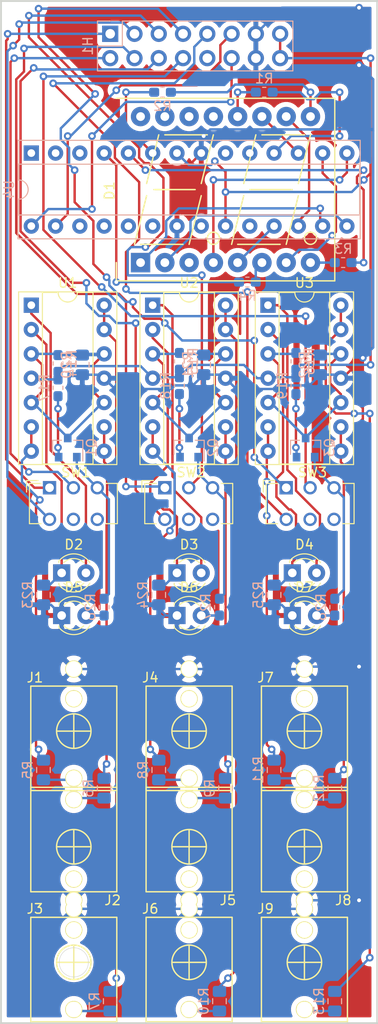
<source format=kicad_pcb>
(kicad_pcb (version 20171130) (host pcbnew "(5.1.2)-1")
  (layers (0 F.Cu signal hide) (31 B.Cu signal hide) (34 B.Paste user) (35 F.Paste user) (36 B.SilkS user) (37 F.SilkS user) (38 B.Mask user) (39 F.Mask user) (44 Edge.Cuts user))
  (net 0 "")
  (net 1 Lf)
  (net 2 La)
  (net 3 Lb)
  (net 4 Lg)
  (net 5 Lc)
  (net 6 Ld)
  (net 7 Le)
  (net 8 "Net-(D3-Pad2)")
  (net 9 "Net-(D3-Pad1)")
  (net 10 5V)
  (net 11 GND)
  (net 12 SDC)
  (net 13 SDA)
  (net 14 "Net-(H1-Pad10)")
  (net 15 Tr9)
  (net 16 Tr8)
  (net 17 Tr7)
  (net 18 Tr6)
  (net 19 Tr5)
  (net 20 Tr4)
  (net 21 Tr3)
  (net 22 Tr2)
  (net 23 Tr1)
  (net 24 "Net-(J1-Pad3)")
  (net 25 "Net-(J2-Pad3)")
  (net 26 "Net-(J3-Pad3)")
  (net 27 "Net-(J4-Pad3)")
  (net 28 "Net-(J5-Pad3)")
  (net 29 "Net-(J6-Pad3)")
  (net 30 "Net-(J7-Pad3)")
  (net 31 "Net-(J8-Pad3)")
  (net 32 "Net-(J9-Pad3)")
  (net 33 "Net-(R5-Pad1)")
  (net 34 "Net-(R6-Pad1)")
  (net 35 C1)
  (net 36 C2)
  (net 37 C3)
  (net 38 C4)
  (net 39 "Net-(R11-Pad1)")
  (net 40 "Net-(R12-Pad1)")
  (net 41 "Net-(R13-Pad1)")
  (net 42 "Net-(D1-Pad9)")
  (net 43 "Net-(D1-Pad12)")
  (net 44 "Net-(D1-Pad8)")
  (net 45 "Net-(D1-Pad6)")
  (net 46 "Net-(D1-Pad3)")
  (net 47 "Net-(D2-Pad2)")
  (net 48 "Net-(D2-Pad1)")
  (net 49 "Net-(D4-Pad2)")
  (net 50 "Net-(D4-Pad1)")
  (net 51 "Net-(D5-Pad2)")
  (net 52 "Net-(D6-Pad2)")
  (net 53 "Net-(D7-Pad2)")
  (net 54 "Net-(J1-Pad2)")
  (net 55 "Net-(J2-Pad2)")
  (net 56 "Net-(J3-Pad2)")
  (net 57 "Net-(J4-Pad2)")
  (net 58 "Net-(J5-Pad2)")
  (net 59 "Net-(J6-Pad2)")
  (net 60 "Net-(J7-Pad2)")
  (net 61 "Net-(J8-Pad2)")
  (net 62 "Net-(J9-Pad2)")
  (net 63 "Net-(Q1-Pad3)")
  (net 64 "Net-(Q1-Pad2)")
  (net 65 sw1)
  (net 66 "Net-(Q2-Pad3)")
  (net 67 "Net-(Q2-Pad2)")
  (net 68 sw2)
  (net 69 "Net-(Q3-Pad3)")
  (net 70 "Net-(Q3-Pad2)")
  (net 71 sw3)
  (net 72 "Net-(R7-Pad1)")
  (net 73 "Net-(R8-Pad1)")
  (net 74 "Net-(R9-Pad1)")
  (net 75 "Net-(R10-Pad1)")
  (net 76 "Net-(U4-Pad26)")
  (net 77 "Net-(U4-Pad25)")
  (net 78 "Net-(U4-Pad24)")
  (net 79 "Net-(U4-Pad10)")
  (net 80 "Net-(U4-Pad23)")
  (net 81 "Net-(U4-Pad9)")
  (net 82 "Net-(U4-Pad21)")
  (net 83 "Net-(U4-Pad19)")
  (net 84 "Net-(U4-Pad3)")
  (net 85 "Net-(U4-Pad2)")
  (net 86 "Net-(U4-Pad1)")
  (module Package_DIP:DIP-14_W7.62mm_Socket (layer F.Cu) (at 71.755 70.485)
    (fp_text reference U3 (at 3.81 -2.33) (layer F.SilkS))
    (fp_text value TL074)
    (pad 14 thru_hole oval (at 7.62 0) (size 1.6 1.6) (drill 0.8) (layers *.Cu *.Mask) (net 41 "Net-(R13-Pad1)"))
    (pad 7 thru_hole oval (at 0 15.24) (size 1.6 1.6) (drill 0.8) (layers *.Cu *.Mask) (net 39 "Net-(R11-Pad1)"))
    (pad 13 thru_hole oval (at 7.62 2.54) (size 1.6 1.6) (drill 0.8) (layers *.Cu *.Mask) (net 41 "Net-(R13-Pad1)"))
    (pad 6 thru_hole oval (at 0 12.7) (size 1.6 1.6) (drill 0.8) (layers *.Cu *.Mask) (net 39 "Net-(R11-Pad1)"))
    (pad 12 thru_hole oval (at 7.62 5.08) (size 1.6 1.6) (drill 0.8) (layers *.Cu *.Mask) (net 69 "Net-(Q3-Pad3)"))
    (pad 5 thru_hole oval (at 0 10.16) (size 1.6 1.6) (drill 0.8) (layers *.Cu *.Mask) (net 69 "Net-(Q3-Pad3)"))
    (pad 11 thru_hole oval (at 7.62 7.62) (size 1.6 1.6) (drill 0.8) (layers *.Cu *.Mask) (net 11 GND))
    (pad 4 thru_hole oval (at 0 7.62) (size 1.6 1.6) (drill 0.8) (layers *.Cu *.Mask) (net 10 5V))
    (pad 10 thru_hole oval (at 7.62 10.16) (size 1.6 1.6) (drill 0.8) (layers *.Cu *.Mask) (net 69 "Net-(Q3-Pad3)"))
    (pad 3 thru_hole oval (at 0 5.08) (size 1.6 1.6) (drill 0.8) (layers *.Cu *.Mask) (net 69 "Net-(Q3-Pad3)"))
    (pad 9 thru_hole oval (at 7.62 12.7) (size 1.6 1.6) (drill 0.8) (layers *.Cu *.Mask) (net 40 "Net-(R12-Pad1)"))
    (pad 2 thru_hole oval (at 0 2.54) (size 1.6 1.6) (drill 0.8) (layers *.Cu *.Mask) (net 50 "Net-(D4-Pad1)"))
    (pad 8 thru_hole oval (at 7.62 15.24) (size 1.6 1.6) (drill 0.8) (layers *.Cu *.Mask) (net 40 "Net-(R12-Pad1)"))
    (pad 1 thru_hole rect (at 0 0) (size 1.6 1.6) (drill 0.8) (layers *.Cu *.Mask) (net 49 "Net-(D4-Pad2)"))
  )
  (module Package_DIP:DIP-14_W7.62mm_Socket (layer F.Cu) (at 59.69 70.485)
    (fp_text reference U2 (at 3.81 -2.33) (layer F.SilkS))
    (fp_text value TL074)
    (pad 14 thru_hole oval (at 7.62 0) (size 1.6 1.6) (drill 0.8) (layers *.Cu *.Mask) (net 75 "Net-(R10-Pad1)"))
    (pad 7 thru_hole oval (at 0 15.24) (size 1.6 1.6) (drill 0.8) (layers *.Cu *.Mask) (net 73 "Net-(R8-Pad1)"))
    (pad 13 thru_hole oval (at 7.62 2.54) (size 1.6 1.6) (drill 0.8) (layers *.Cu *.Mask) (net 75 "Net-(R10-Pad1)"))
    (pad 6 thru_hole oval (at 0 12.7) (size 1.6 1.6) (drill 0.8) (layers *.Cu *.Mask) (net 73 "Net-(R8-Pad1)"))
    (pad 12 thru_hole oval (at 7.62 5.08) (size 1.6 1.6) (drill 0.8) (layers *.Cu *.Mask) (net 66 "Net-(Q2-Pad3)"))
    (pad 5 thru_hole oval (at 0 10.16) (size 1.6 1.6) (drill 0.8) (layers *.Cu *.Mask) (net 66 "Net-(Q2-Pad3)"))
    (pad 11 thru_hole oval (at 7.62 7.62) (size 1.6 1.6) (drill 0.8) (layers *.Cu *.Mask) (net 11 GND))
    (pad 4 thru_hole oval (at 0 7.62) (size 1.6 1.6) (drill 0.8) (layers *.Cu *.Mask) (net 10 5V))
    (pad 10 thru_hole oval (at 7.62 10.16) (size 1.6 1.6) (drill 0.8) (layers *.Cu *.Mask) (net 66 "Net-(Q2-Pad3)"))
    (pad 3 thru_hole oval (at 0 5.08) (size 1.6 1.6) (drill 0.8) (layers *.Cu *.Mask) (net 66 "Net-(Q2-Pad3)"))
    (pad 9 thru_hole oval (at 7.62 12.7) (size 1.6 1.6) (drill 0.8) (layers *.Cu *.Mask) (net 74 "Net-(R9-Pad1)"))
    (pad 2 thru_hole oval (at 0 2.54) (size 1.6 1.6) (drill 0.8) (layers *.Cu *.Mask) (net 9 "Net-(D3-Pad1)"))
    (pad 8 thru_hole oval (at 7.62 15.24) (size 1.6 1.6) (drill 0.8) (layers *.Cu *.Mask) (net 74 "Net-(R9-Pad1)"))
    (pad 1 thru_hole rect (at 0 0) (size 1.6 1.6) (drill 0.8) (layers *.Cu *.Mask) (net 8 "Net-(D3-Pad2)"))
  )
  (module Package_DIP:DIP-14_W7.62mm_Socket (layer F.Cu) (at 46.99 70.485)
    (fp_text reference U1 (at 3.81 -2.33) (layer F.SilkS))
    (fp_text value TL074)
    (pad 14 thru_hole oval (at 7.62 0) (size 1.6 1.6) (drill 0.8) (layers *.Cu *.Mask) (net 72 "Net-(R7-Pad1)"))
    (pad 7 thru_hole oval (at 0 15.24) (size 1.6 1.6) (drill 0.8) (layers *.Cu *.Mask) (net 33 "Net-(R5-Pad1)"))
    (pad 13 thru_hole oval (at 7.62 2.54) (size 1.6 1.6) (drill 0.8) (layers *.Cu *.Mask) (net 72 "Net-(R7-Pad1)"))
    (pad 6 thru_hole oval (at 0 12.7) (size 1.6 1.6) (drill 0.8) (layers *.Cu *.Mask) (net 33 "Net-(R5-Pad1)"))
    (pad 12 thru_hole oval (at 7.62 5.08) (size 1.6 1.6) (drill 0.8) (layers *.Cu *.Mask) (net 63 "Net-(Q1-Pad3)"))
    (pad 5 thru_hole oval (at 0 10.16) (size 1.6 1.6) (drill 0.8) (layers *.Cu *.Mask) (net 63 "Net-(Q1-Pad3)"))
    (pad 11 thru_hole oval (at 7.62 7.62) (size 1.6 1.6) (drill 0.8) (layers *.Cu *.Mask) (net 11 GND))
    (pad 4 thru_hole oval (at 0 7.62) (size 1.6 1.6) (drill 0.8) (layers *.Cu *.Mask) (net 10 5V))
    (pad 10 thru_hole oval (at 7.62 10.16) (size 1.6 1.6) (drill 0.8) (layers *.Cu *.Mask) (net 63 "Net-(Q1-Pad3)"))
    (pad 3 thru_hole oval (at 0 5.08) (size 1.6 1.6) (drill 0.8) (layers *.Cu *.Mask) (net 63 "Net-(Q1-Pad3)"))
    (pad 9 thru_hole oval (at 7.62 12.7) (size 1.6 1.6) (drill 0.8) (layers *.Cu *.Mask) (net 34 "Net-(R6-Pad1)"))
    (pad 2 thru_hole oval (at 0 2.54) (size 1.6 1.6) (drill 0.8) (layers *.Cu *.Mask) (net 48 "Net-(D2-Pad1)"))
    (pad 8 thru_hole oval (at 7.62 15.24) (size 1.6 1.6) (drill 0.8) (layers *.Cu *.Mask) (net 34 "Net-(R6-Pad1)"))
    (pad 1 thru_hole rect (at 0 0) (size 1.6 1.6) (drill 0.8) (layers *.Cu *.Mask) (net 47 "Net-(D2-Pad2)"))
  )
  (module Button_Switch_THT:SW_CuK_JS202011CQN_DPDT_Straight (layer F.Cu) (at 73.66 89.535)
    (fp_text reference SW3 (at 2.75 -1.6) (layer F.SilkS))
    (fp_text value SW_SP3T)
    (pad 6 thru_hole circle (at 5 3.3) (size 1.4 1.4) (drill 0.9) (layers *.Cu *.Mask))
    (pad 5 thru_hole circle (at 2.5 3.3) (size 1.4 1.4) (drill 0.9) (layers *.Cu *.Mask))
    (pad 4 thru_hole circle (at 0 3.3) (size 1.4 1.4) (drill 0.9) (layers *.Cu *.Mask) (net 15 Tr9))
    (pad 3 thru_hole circle (at 5 0) (size 1.4 1.4) (drill 0.9) (layers *.Cu *.Mask) (net 71 sw3))
    (pad 2 thru_hole circle (at 2.5 0) (size 1.4 1.4) (drill 0.9) (layers *.Cu *.Mask) (net 16 Tr8))
    (pad 1 thru_hole rect (at 0 0) (size 1.4 1.4) (drill 0.9) (layers *.Cu *.Mask) (net 17 Tr7))
  )
  (module Button_Switch_THT:SW_CuK_JS202011CQN_DPDT_Straight (layer F.Cu) (at 60.96 89.535)
    (fp_text reference SW2 (at 2.75 -1.6) (layer F.SilkS))
    (fp_text value SW_SP3T)
    (pad 6 thru_hole circle (at 5 3.3) (size 1.4 1.4) (drill 0.9) (layers *.Cu *.Mask))
    (pad 5 thru_hole circle (at 2.5 3.3) (size 1.4 1.4) (drill 0.9) (layers *.Cu *.Mask))
    (pad 4 thru_hole circle (at 0 3.3) (size 1.4 1.4) (drill 0.9) (layers *.Cu *.Mask) (net 18 Tr6))
    (pad 3 thru_hole circle (at 5 0) (size 1.4 1.4) (drill 0.9) (layers *.Cu *.Mask) (net 68 sw2))
    (pad 2 thru_hole circle (at 2.5 0) (size 1.4 1.4) (drill 0.9) (layers *.Cu *.Mask) (net 19 Tr5))
    (pad 1 thru_hole rect (at 0 0) (size 1.4 1.4) (drill 0.9) (layers *.Cu *.Mask) (net 20 Tr4))
  )
  (module Button_Switch_THT:SW_CuK_JS202011CQN_DPDT_Straight (layer F.Cu) (at 48.895 89.535)
    (fp_text reference SW1 (at 2.75 -1.6) (layer F.SilkS))
    (fp_text value SW_SP3T)
    (pad 6 thru_hole circle (at 5 3.3) (size 1.4 1.4) (drill 0.9) (layers *.Cu *.Mask))
    (pad 5 thru_hole circle (at 2.5 3.3) (size 1.4 1.4) (drill 0.9) (layers *.Cu *.Mask))
    (pad 4 thru_hole circle (at 0 3.3) (size 1.4 1.4) (drill 0.9) (layers *.Cu *.Mask) (net 21 Tr3))
    (pad 3 thru_hole circle (at 5 0) (size 1.4 1.4) (drill 0.9) (layers *.Cu *.Mask) (net 65 sw1))
    (pad 2 thru_hole circle (at 2.5 0) (size 1.4 1.4) (drill 0.9) (layers *.Cu *.Mask) (net 22 Tr2))
    (pad 1 thru_hole rect (at 0 0) (size 1.4 1.4) (drill 0.9) (layers *.Cu *.Mask) (net 23 Tr1))
  )
  (module Resistor_SMD:R_0603_1608Metric_Pad1.05x0.95mm_HandSolder (layer B.Cu) (at 78.74 101.995 270)
    (fp_text reference R28 (at 0 1.43 270) (layer B.SilkS) (effects (justify mirror)))
    (fp_text value 200)
    (pad 2 smd roundrect (at 0.875 0 270) (size 1.05 0.95) (layers B.Cu B.Paste B.Mask) (net 53 "Net-(D7-Pad2)"))
    (pad 1 smd roundrect (at -0.875 0 270) (size 1.05 0.95) (layers B.Cu B.Paste B.Mask) (net 71 sw3))
  )
  (module Resistor_SMD:R_0603_1608Metric_Pad1.05x0.95mm_HandSolder (layer B.Cu) (at 66.675 101.995 270)
    (fp_text reference R27 (at 0 1.43 90) (layer B.SilkS) (effects (justify mirror)))
    (fp_text value 200)
    (pad 2 smd roundrect (at 0.875 0 270) (size 1.05 0.95) (layers B.Cu B.Paste B.Mask) (net 52 "Net-(D6-Pad2)"))
    (pad 1 smd roundrect (at -0.875 0 270) (size 1.05 0.95) (layers B.Cu B.Paste B.Mask) (net 68 sw2))
  )
  (module Resistor_SMD:R_0603_1608Metric_Pad1.05x0.95mm_HandSolder (layer B.Cu) (at 54.61 101.995 270)
    (fp_text reference R26 (at 0 1.43 270) (layer B.SilkS) (effects (justify mirror)))
    (fp_text value 200)
    (pad 2 smd roundrect (at 0.875 0 270) (size 1.05 0.95) (layers B.Cu B.Paste B.Mask) (net 51 "Net-(D5-Pad2)"))
    (pad 1 smd roundrect (at -0.875 0 270) (size 1.05 0.95) (layers B.Cu B.Paste B.Mask) (net 65 sw1))
  )
  (module Resistor_SMD:R_0805_2012Metric_Pad1.15x1.40mm_HandSolder (layer B.Cu) (at 72.39 100.72 270)
    (fp_text reference R25 (at 0 1.65 90) (layer B.SilkS) (effects (justify mirror)))
    (fp_text value 1k)
    (pad 2 smd roundrect (at 1.025 0 270) (size 1.15 1.4) (layers B.Cu B.Paste B.Mask) (roundrect_rratio 0.217391) (net 11 GND))
    (pad 1 smd roundrect (at -1.025 0 270) (size 1.15 1.4) (layers B.Cu B.Paste B.Mask) (roundrect_rratio 0.217391) (net 50 "Net-(D4-Pad1)"))
  )
  (module Resistor_SMD:R_0805_2012Metric_Pad1.15x1.40mm_HandSolder (layer B.Cu) (at 60.325 100.72 270)
    (fp_text reference R24 (at 0 1.65 90) (layer B.SilkS) (effects (justify mirror)))
    (fp_text value 1k)
    (pad 2 smd roundrect (at 1.025 0 270) (size 1.15 1.4) (layers B.Cu B.Paste B.Mask) (roundrect_rratio 0.217391) (net 11 GND))
    (pad 1 smd roundrect (at -1.025 0 270) (size 1.15 1.4) (layers B.Cu B.Paste B.Mask) (roundrect_rratio 0.217391) (net 9 "Net-(D3-Pad1)"))
  )
  (module Resistor_SMD:R_0805_2012Metric_Pad1.15x1.40mm_HandSolder (layer B.Cu) (at 77.216 76.708 270)
    (fp_text reference R22 (at 0 1.65 90) (layer B.SilkS) (effects (justify mirror)))
    (fp_text value 10m)
    (pad 2 smd roundrect (at 1.025 0 270) (size 1.15 1.4) (layers B.Cu B.Paste B.Mask) (roundrect_rratio 0.217391) (net 11 GND))
    (pad 1 smd roundrect (at -1.025 0 270) (size 1.15 1.4) (layers B.Cu B.Paste B.Mask) (roundrect_rratio 0.217391) (net 69 "Net-(Q3-Pad3)"))
  )
  (module Resistor_SMD:R_0805_2012Metric_Pad1.15x1.40mm_HandSolder (layer B.Cu) (at 65.024 76.708 270)
    (fp_text reference R21 (at 0 1.65 90) (layer B.SilkS) (effects (justify mirror)))
    (fp_text value 10m)
    (pad 2 smd roundrect (at 1.025 0 270) (size 1.15 1.4) (layers B.Cu B.Paste B.Mask) (roundrect_rratio 0.217391) (net 11 GND))
    (pad 1 smd roundrect (at -1.025 0 270) (size 1.15 1.4) (layers B.Cu B.Paste B.Mask) (roundrect_rratio 0.217391) (net 66 "Net-(Q2-Pad3)"))
  )
  (module Resistor_SMD:R_0603_1608Metric_Pad1.05x0.95mm_HandSolder (layer B.Cu) (at 74.676 78.881 270)
    (fp_text reference R19 (at 0 1.43 90) (layer B.SilkS) (effects (justify mirror)))
    (fp_text value 2.2k)
    (pad 2 smd roundrect (at 0.875 0 270) (size 1.05 0.95) (layers B.Cu B.Paste B.Mask) (net 70 "Net-(Q3-Pad2)"))
    (pad 1 smd roundrect (at -0.875 0 270) (size 1.05 0.95) (layers B.Cu B.Paste B.Mask) (net 10 5V))
  )
  (module Resistor_SMD:R_0603_1608Metric_Pad1.05x0.95mm_HandSolder (layer B.Cu) (at 62.484 78.881 270)
    (fp_text reference R18 (at 0 1.43 90) (layer B.SilkS) (effects (justify mirror)))
    (fp_text value 2.2k)
    (pad 2 smd roundrect (at 0.875 0 270) (size 1.05 0.95) (layers B.Cu B.Paste B.Mask) (net 67 "Net-(Q2-Pad2)"))
    (pad 1 smd roundrect (at -0.875 0 270) (size 1.05 0.95) (layers B.Cu B.Paste B.Mask) (net 10 5V))
  )
  (module Resistor_SMD:R_0603_1608Metric_Pad1.05x0.95mm_HandSolder (layer B.Cu) (at 49.784 79.107 270)
    (fp_text reference R17 (at 0 1.43 90) (layer B.SilkS) (effects (justify mirror)))
    (fp_text value 2.2k)
    (pad 2 smd roundrect (at 0.875 0 270) (size 1.05 0.95) (layers B.Cu B.Paste B.Mask) (net 64 "Net-(Q1-Pad2)"))
    (pad 1 smd roundrect (at -0.875 0 270) (size 1.05 0.95) (layers B.Cu B.Paste B.Mask) (net 10 5V))
  )
  (module Resistor_SMD:R_0603_1608Metric_Pad1.05x0.95mm_HandSolder (layer B.Cu) (at 74.676 76.341 90)
    (fp_text reference R16 (at 0 1.43 90) (layer B.SilkS) (effects (justify mirror)))
    (fp_text value 6.8k)
    (pad 2 smd roundrect (at 0.875 0 90) (size 1.05 0.95) (layers B.Cu B.Paste B.Mask) (net 69 "Net-(Q3-Pad3)"))
    (pad 1 smd roundrect (at -0.875 0 90) (size 1.05 0.95) (layers B.Cu B.Paste B.Mask) (net 10 5V))
  )
  (module Resistor_SMD:R_0603_1608Metric_Pad1.05x0.95mm_HandSolder (layer B.Cu) (at 62.484 76.341 90)
    (fp_text reference R15 (at 0 1.43 90) (layer B.SilkS) (effects (justify mirror)))
    (fp_text value 6.8k)
    (pad 2 smd roundrect (at 0.875 0 90) (size 1.05 0.95) (layers B.Cu B.Paste B.Mask) (net 66 "Net-(Q2-Pad3)"))
    (pad 1 smd roundrect (at -0.875 0 90) (size 1.05 0.95) (layers B.Cu B.Paste B.Mask) (net 10 5V))
  )
  (module Resistor_SMD:R_0603_1608Metric_Pad1.05x0.95mm_HandSolder (layer B.Cu) (at 49.784 76.567 90)
    (fp_text reference R14 (at 0 1.43 90) (layer B.SilkS) (effects (justify mirror)))
    (fp_text value 6.8k)
    (pad 2 smd roundrect (at 0.875 0 90) (size 1.05 0.95) (layers B.Cu B.Paste B.Mask) (net 63 "Net-(Q1-Pad3)"))
    (pad 1 smd roundrect (at -0.875 0 90) (size 1.05 0.95) (layers B.Cu B.Paste B.Mask) (net 10 5V))
  )
  (module Resistor_SMD:R_0805_2012Metric_Pad1.15x1.40mm_HandSolder (layer B.Cu) (at 78.74 143.12 270)
    (fp_text reference R13 (at 0 1.65 90) (layer B.SilkS) (effects (justify mirror)))
    (fp_text value 51)
    (pad 2 smd roundrect (at 1.025 0 270) (size 1.15 1.4) (layers B.Cu B.Paste B.Mask) (roundrect_rratio 0.217391) (net 32 "Net-(J9-Pad3)"))
    (pad 1 smd roundrect (at -1.025 0 270) (size 1.15 1.4) (layers B.Cu B.Paste B.Mask) (roundrect_rratio 0.217391) (net 41 "Net-(R13-Pad1)"))
  )
  (module Resistor_SMD:R_0805_2012Metric_Pad1.15x1.40mm_HandSolder (layer B.Cu) (at 78.74 120.895 270)
    (fp_text reference R12 (at 0 1.65 90) (layer B.SilkS) (effects (justify mirror)))
    (fp_text value 51)
    (pad 2 smd roundrect (at 1.025 0 270) (size 1.15 1.4) (layers B.Cu B.Paste B.Mask) (roundrect_rratio 0.217391) (net 31 "Net-(J8-Pad3)"))
    (pad 1 smd roundrect (at -1.025 0 270) (size 1.15 1.4) (layers B.Cu B.Paste B.Mask) (roundrect_rratio 0.217391) (net 40 "Net-(R12-Pad1)"))
  )
  (module Resistor_SMD:R_0805_2012Metric_Pad1.15x1.40mm_HandSolder (layer B.Cu) (at 72.39 118.99 270)
    (fp_text reference R11 (at 0 1.65 90) (layer B.SilkS) (effects (justify mirror)))
    (fp_text value 51)
    (pad 2 smd roundrect (at 1.025 0 270) (size 1.15 1.4) (layers B.Cu B.Paste B.Mask) (roundrect_rratio 0.217391) (net 30 "Net-(J7-Pad3)"))
    (pad 1 smd roundrect (at -1.025 0 270) (size 1.15 1.4) (layers B.Cu B.Paste B.Mask) (roundrect_rratio 0.217391) (net 39 "Net-(R11-Pad1)"))
  )
  (module Resistor_SMD:R_0805_2012Metric_Pad1.15x1.40mm_HandSolder (layer B.Cu) (at 66.675 143.12 270)
    (fp_text reference R10 (at 0 1.65 90) (layer B.SilkS) (effects (justify mirror)))
    (fp_text value 51)
    (pad 2 smd roundrect (at 1.025 0 270) (size 1.15 1.4) (layers B.Cu B.Paste B.Mask) (roundrect_rratio 0.217391) (net 29 "Net-(J6-Pad3)"))
    (pad 1 smd roundrect (at -1.025 0 270) (size 1.15 1.4) (layers B.Cu B.Paste B.Mask) (roundrect_rratio 0.217391) (net 75 "Net-(R10-Pad1)"))
  )
  (module Resistor_SMD:R_0805_2012Metric_Pad1.15x1.40mm_HandSolder (layer B.Cu) (at 67.31 120.895 270)
    (fp_text reference R9 (at 0 1.65 90) (layer B.SilkS) (effects (justify mirror)))
    (fp_text value 51)
    (pad 2 smd roundrect (at 1.025 0 270) (size 1.15 1.4) (layers B.Cu B.Paste B.Mask) (roundrect_rratio 0.217391) (net 28 "Net-(J5-Pad3)"))
    (pad 1 smd roundrect (at -1.025 0 270) (size 1.15 1.4) (layers B.Cu B.Paste B.Mask) (roundrect_rratio 0.217391) (net 74 "Net-(R9-Pad1)"))
  )
  (module Resistor_SMD:R_0805_2012Metric_Pad1.15x1.40mm_HandSolder (layer B.Cu) (at 60.325 118.99 270)
    (fp_text reference R8 (at 0 1.65 90) (layer B.SilkS) (effects (justify mirror)))
    (fp_text value 51)
    (pad 2 smd roundrect (at 1.025 0 270) (size 1.15 1.4) (layers B.Cu B.Paste B.Mask) (roundrect_rratio 0.217391) (net 27 "Net-(J4-Pad3)"))
    (pad 1 smd roundrect (at -1.025 0 270) (size 1.15 1.4) (layers B.Cu B.Paste B.Mask) (roundrect_rratio 0.217391) (net 73 "Net-(R8-Pad1)"))
  )
  (module Resistor_SMD:R_0603_1608Metric_Pad1.05x0.95mm_HandSolder (layer B.Cu) (at 69.596 68.072)
    (fp_text reference R4 (at 0 1.43) (layer B.SilkS) (effects (justify mirror)))
    (fp_text value 200)
    (pad 2 smd roundrect (at 0.875 0) (size 1.05 0.95) (layers B.Cu B.Paste B.Mask) (net 45 "Net-(D1-Pad6)"))
    (pad 1 smd roundrect (at -0.875 0) (size 1.05 0.95) (layers B.Cu B.Paste B.Mask) (net 38 C4))
  )
  (module Resistor_SMD:R_0603_1608Metric_Pad1.05x0.95mm_HandSolder (layer B.Cu) (at 79.615 66.04 180)
    (fp_text reference R3 (at 0 1.43) (layer B.SilkS) (effects (justify mirror)))
    (fp_text value 200)
    (pad 2 smd roundrect (at 0.875 0 180) (size 1.05 0.95) (layers B.Cu B.Paste B.Mask) (net 44 "Net-(D1-Pad8)"))
    (pad 1 smd roundrect (at -0.875 0 180) (size 1.05 0.95) (layers B.Cu B.Paste B.Mask) (net 37 C3))
  )
  (module Resistor_SMD:R_0603_1608Metric_Pad1.05x0.95mm_HandSolder (layer B.Cu) (at 60.72 48.26)
    (fp_text reference R2 (at 0 1.43) (layer B.SilkS) (effects (justify mirror)))
    (fp_text value 200)
    (pad 2 smd roundrect (at 0.875 0) (size 1.05 0.95) (layers B.Cu B.Paste B.Mask) (net 42 "Net-(D1-Pad9)"))
    (pad 1 smd roundrect (at -0.875 0) (size 1.05 0.95) (layers B.Cu B.Paste B.Mask) (net 36 C2))
  )
  (module Resistor_SMD:R_0603_1608Metric_Pad1.05x0.95mm_HandSolder (layer B.Cu) (at 71.36 48.26 180)
    (fp_text reference R1 (at 0 1.43) (layer B.SilkS) (effects (justify mirror)))
    (fp_text value 200)
    (pad 2 smd roundrect (at 0.875 0 180) (size 1.05 0.95) (layers B.Cu B.Paste B.Mask) (net 43 "Net-(D1-Pad12)"))
    (pad 1 smd roundrect (at -0.875 0 180) (size 1.05 0.95) (layers B.Cu B.Paste B.Mask) (net 35 C1))
  )
  (module Package_TO_SOT_SMD:SOT-23 (layer B.Cu) (at 75.692 85.344 90)
    (fp_text reference Q3 (at 0 2.5 90) (layer B.SilkS) (effects (justify mirror)))
    (fp_text value 2N3904)
    (pad 3 smd rect (at 1 0 90) (size 0.9 0.8) (layers B.Cu B.Paste B.Mask) (net 69 "Net-(Q3-Pad3)"))
    (pad 2 smd rect (at -1 -0.95 90) (size 0.9 0.8) (layers B.Cu B.Paste B.Mask) (net 70 "Net-(Q3-Pad2)"))
    (pad 1 smd rect (at -1 0.95 90) (size 0.9 0.8) (layers B.Cu B.Paste B.Mask) (net 71 sw3))
  )
  (module Package_TO_SOT_SMD:SOT-23 (layer B.Cu) (at 63.5 85.344 90)
    (fp_text reference Q2 (at 0 2.5 90) (layer B.SilkS) (effects (justify mirror)))
    (fp_text value 2N3904)
    (pad 3 smd rect (at 1 0 90) (size 0.9 0.8) (layers B.Cu B.Paste B.Mask) (net 66 "Net-(Q2-Pad3)"))
    (pad 2 smd rect (at -1 -0.95 90) (size 0.9 0.8) (layers B.Cu B.Paste B.Mask) (net 67 "Net-(Q2-Pad2)"))
    (pad 1 smd rect (at -1 0.95 90) (size 0.9 0.8) (layers B.Cu B.Paste B.Mask) (net 68 sw2))
  )
  (module Package_TO_SOT_SMD:SOT-23 (layer B.Cu) (at 50.8 85.344 90)
    (fp_text reference Q1 (at 0 2.5 90) (layer B.SilkS) (effects (justify mirror)))
    (fp_text value 2N3904)
    (pad 3 smd rect (at 1 0 90) (size 0.9 0.8) (layers B.Cu B.Paste B.Mask) (net 63 "Net-(Q1-Pad3)"))
    (pad 2 smd rect (at -1 -0.95 90) (size 0.9 0.8) (layers B.Cu B.Paste B.Mask) (net 64 "Net-(Q1-Pad2)"))
    (pad 1 smd rect (at -1 0.95 90) (size 0.9 0.8) (layers B.Cu B.Paste B.Mask) (net 65 sw1))
  )
  (module eurorack:PJ301M-12 (layer F.Cu) (at 75.565 139.065 180)
    (fp_text reference J9 (at 4.064 5.588) (layer F.SilkS))
    (fp_text value PJ301M-12)
    (pad 3 thru_hole circle (at 0 -4.92 180) (size 1.8 1.8) (drill 1.6) (layers *.Cu *.Mask F.SilkS) (net 32 "Net-(J9-Pad3)"))
    (pad 1 thru_hole circle (at 0 6.48 180) (size 1.8 1.8) (drill 1.6) (layers *.Cu *.Mask F.SilkS) (net 11 GND))
    (pad 2 thru_hole circle (at 0 3.38 180) (size 1.8 1.8) (drill 1.6) (layers *.Cu *.Mask F.SilkS) (net 62 "Net-(J9-Pad2)"))
  )
  (module eurorack:PJ301M-12 (layer F.Cu) (at 75.565 127)
    (fp_text reference J8 (at 4.064 5.588) (layer F.SilkS))
    (fp_text value PJ301M-12)
    (pad 3 thru_hole circle (at 0 -4.92) (size 1.8 1.8) (drill 1.6) (layers *.Cu *.Mask F.SilkS) (net 31 "Net-(J8-Pad3)"))
    (pad 1 thru_hole circle (at 0 6.48) (size 1.8 1.8) (drill 1.6) (layers *.Cu *.Mask F.SilkS) (net 11 GND))
    (pad 2 thru_hole circle (at 0 3.38) (size 1.8 1.8) (drill 1.6) (layers *.Cu *.Mask F.SilkS) (net 61 "Net-(J8-Pad2)"))
  )
  (module eurorack:PJ301M-12 (layer F.Cu) (at 75.565 114.935 180)
    (fp_text reference J7 (at 4.064 5.588) (layer F.SilkS))
    (fp_text value PJ301M-12)
    (pad 3 thru_hole circle (at 0 -4.92 180) (size 1.8 1.8) (drill 1.6) (layers *.Cu *.Mask F.SilkS) (net 30 "Net-(J7-Pad3)"))
    (pad 1 thru_hole circle (at 0 6.48 180) (size 1.8 1.8) (drill 1.6) (layers *.Cu *.Mask F.SilkS) (net 11 GND))
    (pad 2 thru_hole circle (at 0 3.38 180) (size 1.8 1.8) (drill 1.6) (layers *.Cu *.Mask F.SilkS) (net 60 "Net-(J7-Pad2)"))
  )
  (module eurorack:PJ301M-12 (layer F.Cu) (at 63.5 139.065 180)
    (fp_text reference J6 (at 4.064 5.588) (layer F.SilkS))
    (fp_text value PJ301M-12)
    (pad 3 thru_hole circle (at 0 -4.92 180) (size 1.8 1.8) (drill 1.6) (layers *.Cu *.Mask F.SilkS) (net 29 "Net-(J6-Pad3)"))
    (pad 1 thru_hole circle (at 0 6.48 180) (size 1.8 1.8) (drill 1.6) (layers *.Cu *.Mask F.SilkS) (net 11 GND))
    (pad 2 thru_hole circle (at 0 3.38 180) (size 1.8 1.8) (drill 1.6) (layers *.Cu *.Mask F.SilkS) (net 59 "Net-(J6-Pad2)"))
  )
  (module eurorack:PJ301M-12 (layer F.Cu) (at 63.5 127)
    (fp_text reference J5 (at 4.064 5.588) (layer F.SilkS))
    (fp_text value PJ301M-12)
    (pad 3 thru_hole circle (at 0 -4.92) (size 1.8 1.8) (drill 1.6) (layers *.Cu *.Mask F.SilkS) (net 28 "Net-(J5-Pad3)"))
    (pad 1 thru_hole circle (at 0 6.48) (size 1.8 1.8) (drill 1.6) (layers *.Cu *.Mask F.SilkS) (net 11 GND))
    (pad 2 thru_hole circle (at 0 3.38) (size 1.8 1.8) (drill 1.6) (layers *.Cu *.Mask F.SilkS) (net 58 "Net-(J5-Pad2)"))
  )
  (module eurorack:PJ301M-12 (layer F.Cu) (at 63.5 114.935 180)
    (fp_text reference J4 (at 4.064 5.588) (layer F.SilkS))
    (fp_text value PJ301M-12)
    (pad 3 thru_hole circle (at 0 -4.92 180) (size 1.8 1.8) (drill 1.6) (layers *.Cu *.Mask F.SilkS) (net 27 "Net-(J4-Pad3)"))
    (pad 1 thru_hole circle (at 0 6.48 180) (size 1.8 1.8) (drill 1.6) (layers *.Cu *.Mask F.SilkS) (net 11 GND))
    (pad 2 thru_hole circle (at 0 3.38 180) (size 1.8 1.8) (drill 1.6) (layers *.Cu *.Mask F.SilkS) (net 57 "Net-(J4-Pad2)"))
  )
  (module LED_THT:LED_D3.0mm_FlatTop (layer F.Cu) (at 74.295 102.87)
    (fp_text reference D7 (at 1.27 -2.96) (layer F.SilkS))
    (fp_text value LED)
    (pad 2 thru_hole circle (at 2.54 0) (size 1.8 1.8) (drill 0.9) (layers *.Cu *.Mask) (net 53 "Net-(D7-Pad2)"))
    (pad 1 thru_hole rect (at 0 0) (size 1.8 1.8) (drill 0.9) (layers *.Cu *.Mask) (net 11 GND))
  )
  (module LED_THT:LED_D3.0mm_FlatTop (layer F.Cu) (at 62.23 102.87)
    (fp_text reference D6 (at 1.27 -2.96) (layer F.SilkS))
    (fp_text value LED)
    (pad 2 thru_hole circle (at 2.54 0) (size 1.8 1.8) (drill 0.9) (layers *.Cu *.Mask) (net 52 "Net-(D6-Pad2)"))
    (pad 1 thru_hole rect (at 0 0) (size 1.8 1.8) (drill 0.9) (layers *.Cu *.Mask) (net 11 GND))
  )
  (module LED_THT:LED_D3.0mm_FlatTop (layer F.Cu) (at 50.165 102.87)
    (fp_text reference D5 (at 1.27 -2.96) (layer F.SilkS))
    (fp_text value LED)
    (pad 2 thru_hole circle (at 2.54 0) (size 1.8 1.8) (drill 0.9) (layers *.Cu *.Mask) (net 51 "Net-(D5-Pad2)"))
    (pad 1 thru_hole rect (at 0 0) (size 1.8 1.8) (drill 0.9) (layers *.Cu *.Mask) (net 11 GND))
  )
  (module LED_THT:LED_D3.0mm_FlatTop (layer F.Cu) (at 74.295 98.425)
    (fp_text reference D4 (at 1.27 -2.96) (layer F.SilkS))
    (fp_text value LED)
    (pad 2 thru_hole circle (at 2.54 0) (size 1.8 1.8) (drill 0.9) (layers *.Cu *.Mask) (net 49 "Net-(D4-Pad2)"))
    (pad 1 thru_hole rect (at 0 0) (size 1.8 1.8) (drill 0.9) (layers *.Cu *.Mask) (net 50 "Net-(D4-Pad1)"))
  )
  (module LED_THT:LED_D3.0mm_FlatTop (layer F.Cu) (at 62.23 98.425)
    (fp_text reference D3 (at 1.27 -2.96) (layer F.SilkS))
    (fp_text value LED)
    (pad 2 thru_hole circle (at 2.54 0) (size 1.8 1.8) (drill 0.9) (layers *.Cu *.Mask) (net 8 "Net-(D3-Pad2)"))
    (pad 1 thru_hole rect (at 0 0) (size 1.8 1.8) (drill 0.9) (layers *.Cu *.Mask) (net 9 "Net-(D3-Pad1)"))
  )
  (module Resistor_SMD:R_0805_2012Metric_Pad1.15x1.40mm_HandSolder (layer B.Cu) (at 55.245 143.12 270)
    (fp_text reference R7 (at 0 1.65 270) (layer B.SilkS) (effects (justify mirror)))
    (fp_text value 51)
    (pad 2 smd roundrect (at 1.025 0 270) (size 1.15 1.4) (layers B.Cu B.Paste B.Mask) (roundrect_rratio 0.217391) (net 26 "Net-(J3-Pad3)"))
    (pad 1 smd roundrect (at -1.025 0 270) (size 1.15 1.4) (layers B.Cu B.Paste B.Mask) (roundrect_rratio 0.217391) (net 72 "Net-(R7-Pad1)"))
  )
  (module Resistor_SMD:R_0805_2012Metric_Pad1.15x1.40mm_HandSolder (layer B.Cu) (at 54.61 120.895 270)
    (fp_text reference R6 (at 0 1.65 90) (layer B.SilkS) (effects (justify mirror)))
    (fp_text value 51)
    (pad 2 smd roundrect (at 1.025 0 270) (size 1.15 1.4) (layers B.Cu B.Paste B.Mask) (roundrect_rratio 0.217391) (net 25 "Net-(J2-Pad3)"))
    (pad 1 smd roundrect (at -1.025 0 270) (size 1.15 1.4) (layers B.Cu B.Paste B.Mask) (roundrect_rratio 0.217391) (net 34 "Net-(R6-Pad1)"))
  )
  (module Resistor_SMD:R_0805_2012Metric_Pad1.15x1.40mm_HandSolder (layer B.Cu) (at 48.26 118.99 270)
    (fp_text reference R5 (at 0 1.65 90) (layer B.SilkS) (effects (justify mirror)))
    (fp_text value 51)
    (pad 2 smd roundrect (at 1.025 0 270) (size 1.15 1.4) (layers B.Cu B.Paste B.Mask) (roundrect_rratio 0.217391) (net 24 "Net-(J1-Pad3)"))
    (pad 1 smd roundrect (at -1.025 0 270) (size 1.15 1.4) (layers B.Cu B.Paste B.Mask) (roundrect_rratio 0.217391) (net 33 "Net-(R5-Pad1)"))
  )
  (module Resistor_SMD:R_0805_2012Metric_Pad1.15x1.40mm_HandSolder (layer B.Cu) (at 52.324 76.717 270)
    (fp_text reference R20 (at 0 1.65 90) (layer B.SilkS) (effects (justify mirror)))
    (fp_text value 10m)
    (pad 2 smd roundrect (at 1.025 0 270) (size 1.15 1.4) (layers B.Cu B.Paste B.Mask) (roundrect_rratio 0.217391) (net 11 GND))
    (pad 1 smd roundrect (at -1.025 0 270) (size 1.15 1.4) (layers B.Cu B.Paste B.Mask) (roundrect_rratio 0.217391) (net 63 "Net-(Q1-Pad3)"))
  )
  (module Resistor_SMD:R_0805_2012Metric_Pad1.15x1.40mm_HandSolder (layer B.Cu) (at 48.26 100.72 270)
    (fp_text reference R23 (at 0 1.65 90) (layer B.SilkS) (effects (justify mirror)))
    (fp_text value 1k)
    (pad 2 smd roundrect (at 1.025 0 270) (size 1.15 1.4) (layers B.Cu B.Paste B.Mask) (roundrect_rratio 0.217391) (net 11 GND))
    (pad 1 smd roundrect (at -1.025 0 270) (size 1.15 1.4) (layers B.Cu B.Paste B.Mask) (roundrect_rratio 0.217391) (net 48 "Net-(D2-Pad1)"))
  )
  (module eurorack:PJ301M-12 (layer F.Cu) (at 51.435 139.065 180)
    (fp_text reference J3 (at 4.064 5.588) (layer F.SilkS))
    (fp_text value PJ301M-12)
    (pad 3 thru_hole circle (at 0 -4.92 180) (size 1.8 1.8) (drill 1.6) (layers *.Cu *.Mask F.SilkS) (net 26 "Net-(J3-Pad3)"))
    (pad 1 thru_hole circle (at 0 6.48 180) (size 1.8 1.8) (drill 1.6) (layers *.Cu *.Mask F.SilkS) (net 11 GND))
    (pad 2 thru_hole circle (at 0 3.38 180) (size 1.8 1.8) (drill 1.6) (layers *.Cu *.Mask F.SilkS) (net 56 "Net-(J3-Pad2)"))
  )
  (module eurorack:PJ301M-12 (layer F.Cu) (at 51.435 127)
    (fp_text reference J2 (at 4.064 5.588) (layer F.SilkS))
    (fp_text value PJ301M-12)
    (pad 3 thru_hole circle (at 0 -4.92) (size 1.8 1.8) (drill 1.6) (layers *.Cu *.Mask F.SilkS) (net 25 "Net-(J2-Pad3)"))
    (pad 1 thru_hole circle (at 0 6.48) (size 1.8 1.8) (drill 1.6) (layers *.Cu *.Mask F.SilkS) (net 11 GND))
    (pad 2 thru_hole circle (at 0 3.38) (size 1.8 1.8) (drill 1.6) (layers *.Cu *.Mask F.SilkS) (net 55 "Net-(J2-Pad2)"))
  )
  (module eurorack:PJ301M-12 (layer F.Cu) (at 51.435 114.935 180)
    (fp_text reference J1 (at 4.064 5.588) (layer F.SilkS))
    (fp_text value PJ301M-12)
    (pad 3 thru_hole circle (at 0 -4.92 180) (size 1.8 1.8) (drill 1.6) (layers *.Cu *.Mask F.SilkS) (net 24 "Net-(J1-Pad3)"))
    (pad 1 thru_hole circle (at 0 6.48 180) (size 1.8 1.8) (drill 1.6) (layers *.Cu *.Mask F.SilkS) (net 11 GND))
    (pad 2 thru_hole circle (at 0 3.38 180) (size 1.8 1.8) (drill 1.6) (layers *.Cu *.Mask F.SilkS) (net 54 "Net-(J1-Pad2)"))
  )
  (module LED_THT:LED_D3.0mm_FlatTop (layer F.Cu) (at 50.165 98.425)
    (fp_text reference D2 (at 1.27 -2.96) (layer F.SilkS))
    (fp_text value LED)
    (pad 2 thru_hole circle (at 2.54 0) (size 1.8 1.8) (drill 0.9) (layers *.Cu *.Mask) (net 47 "Net-(D2-Pad2)"))
    (pad 1 thru_hole rect (at 0 0) (size 1.8 1.8) (drill 0.9) (layers *.Cu *.Mask) (net 48 "Net-(D2-Pad1)"))
  )
  (module Package_DIP:DIP-28_W7.62mm_Socket (layer B.Cu) (at 46.99 54.61 270)
    (fp_text reference U4 (at 3.81 2.33 270) (layer B.SilkS) (effects (justify mirror)))
    (fp_text value ATmega328P-PU)
    (pad 28 thru_hole oval (at 7.62 0 270) (size 1.6 1.6) (drill 0.8) (layers *.Cu *.Mask) (net 12 SDC))
    (pad 14 thru_hole oval (at 0 -33.02 270) (size 1.6 1.6) (drill 0.8) (layers *.Cu *.Mask) (net 5 Lc))
    (pad 27 thru_hole oval (at 7.62 -2.54 270) (size 1.6 1.6) (drill 0.8) (layers *.Cu *.Mask) (net 13 SDA))
    (pad 13 thru_hole oval (at 0 -30.48 270) (size 1.6 1.6) (drill 0.8) (layers *.Cu *.Mask) (net 3 Lb))
    (pad 26 thru_hole oval (at 7.62 -5.08 270) (size 1.6 1.6) (drill 0.8) (layers *.Cu *.Mask) (net 76 "Net-(U4-Pad26)"))
    (pad 12 thru_hole oval (at 0 -27.94 270) (size 1.6 1.6) (drill 0.8) (layers *.Cu *.Mask) (net 2 La))
    (pad 25 thru_hole oval (at 7.62 -7.62 270) (size 1.6 1.6) (drill 0.8) (layers *.Cu *.Mask) (net 77 "Net-(U4-Pad25)"))
    (pad 11 thru_hole oval (at 0 -25.4 270) (size 1.6 1.6) (drill 0.8) (layers *.Cu *.Mask) (net 35 C1))
    (pad 24 thru_hole oval (at 7.62 -10.16 270) (size 1.6 1.6) (drill 0.8) (layers *.Cu *.Mask) (net 78 "Net-(U4-Pad24)"))
    (pad 10 thru_hole oval (at 0 -22.86 270) (size 1.6 1.6) (drill 0.8) (layers *.Cu *.Mask) (net 79 "Net-(U4-Pad10)"))
    (pad 23 thru_hole oval (at 7.62 -12.7 270) (size 1.6 1.6) (drill 0.8) (layers *.Cu *.Mask) (net 80 "Net-(U4-Pad23)"))
    (pad 9 thru_hole oval (at 0 -20.32 270) (size 1.6 1.6) (drill 0.8) (layers *.Cu *.Mask) (net 81 "Net-(U4-Pad9)"))
    (pad 22 thru_hole oval (at 7.62 -15.24 270) (size 1.6 1.6) (drill 0.8) (layers *.Cu *.Mask) (net 11 GND))
    (pad 8 thru_hole oval (at 0 -17.78 270) (size 1.6 1.6) (drill 0.8) (layers *.Cu *.Mask) (net 11 GND))
    (pad 21 thru_hole oval (at 7.62 -17.78 270) (size 1.6 1.6) (drill 0.8) (layers *.Cu *.Mask) (net 82 "Net-(U4-Pad21)"))
    (pad 7 thru_hole oval (at 0 -15.24 270) (size 1.6 1.6) (drill 0.8) (layers *.Cu *.Mask) (net 10 5V))
    (pad 20 thru_hole oval (at 7.62 -20.32 270) (size 1.6 1.6) (drill 0.8) (layers *.Cu *.Mask) (net 10 5V))
    (pad 6 thru_hole oval (at 0 -12.7 270) (size 1.6 1.6) (drill 0.8) (layers *.Cu *.Mask) (net 36 C2))
    (pad 19 thru_hole oval (at 7.62 -22.86 270) (size 1.6 1.6) (drill 0.8) (layers *.Cu *.Mask) (net 83 "Net-(U4-Pad19)"))
    (pad 5 thru_hole oval (at 0 -10.16 270) (size 1.6 1.6) (drill 0.8) (layers *.Cu *.Mask) (net 37 C3))
    (pad 18 thru_hole oval (at 7.62 -25.4 270) (size 1.6 1.6) (drill 0.8) (layers *.Cu *.Mask) (net 4 Lg))
    (pad 4 thru_hole oval (at 0 -7.62 270) (size 1.6 1.6) (drill 0.8) (layers *.Cu *.Mask) (net 38 C4))
    (pad 17 thru_hole oval (at 7.62 -27.94 270) (size 1.6 1.6) (drill 0.8) (layers *.Cu *.Mask) (net 1 Lf))
    (pad 3 thru_hole oval (at 0 -5.08 270) (size 1.6 1.6) (drill 0.8) (layers *.Cu *.Mask) (net 84 "Net-(U4-Pad3)"))
    (pad 16 thru_hole oval (at 7.62 -30.48 270) (size 1.6 1.6) (drill 0.8) (layers *.Cu *.Mask) (net 7 Le))
    (pad 2 thru_hole oval (at 0 -2.54 270) (size 1.6 1.6) (drill 0.8) (layers *.Cu *.Mask) (net 85 "Net-(U4-Pad2)"))
    (pad 15 thru_hole oval (at 7.62 -33.02 270) (size 1.6 1.6) (drill 0.8) (layers *.Cu *.Mask) (net 6 Ld))
    (pad 1 thru_hole rect (at 0 0 270) (size 1.6 1.6) (drill 0.8) (layers *.Cu *.Mask) (net 86 "Net-(U4-Pad1)"))
  )
  (module Connector_PinHeader_2.54mm:PinHeader_2x08_P2.54mm_Vertical (layer B.Cu) (at 55.245 42.164 270)
    (fp_text reference H1 (at 1.27 2.33 270) (layer B.SilkS) (effects (justify mirror)))
    (fp_text value Expander)
    (pad 16 thru_hole oval (at 2.54 -17.78 270) (size 1.7 1.7) (drill 1) (layers *.Cu *.Mask) (net 10 5V))
    (pad 15 thru_hole oval (at 0 -17.78 270) (size 1.7 1.7) (drill 1) (layers *.Cu *.Mask) (net 10 5V))
    (pad 14 thru_hole oval (at 2.54 -15.24 270) (size 1.7 1.7) (drill 1) (layers *.Cu *.Mask) (net 11 GND))
    (pad 13 thru_hole oval (at 0 -15.24 270) (size 1.7 1.7) (drill 1) (layers *.Cu *.Mask) (net 11 GND))
    (pad 12 thru_hole oval (at 2.54 -12.7 270) (size 1.7 1.7) (drill 1) (layers *.Cu *.Mask) (net 12 SDC))
    (pad 11 thru_hole oval (at 0 -12.7 270) (size 1.7 1.7) (drill 1) (layers *.Cu *.Mask) (net 13 SDA))
    (pad 10 thru_hole oval (at 2.54 -10.16 270) (size 1.7 1.7) (drill 1) (layers *.Cu *.Mask) (net 14 "Net-(H1-Pad10)"))
    (pad 9 thru_hole oval (at 0 -10.16 270) (size 1.7 1.7) (drill 1) (layers *.Cu *.Mask) (net 15 Tr9))
    (pad 8 thru_hole oval (at 2.54 -7.62 270) (size 1.7 1.7) (drill 1) (layers *.Cu *.Mask) (net 16 Tr8))
    (pad 7 thru_hole oval (at 0 -7.62 270) (size 1.7 1.7) (drill 1) (layers *.Cu *.Mask) (net 17 Tr7))
    (pad 6 thru_hole oval (at 2.54 -5.08 270) (size 1.7 1.7) (drill 1) (layers *.Cu *.Mask) (net 18 Tr6))
    (pad 5 thru_hole oval (at 0 -5.08 270) (size 1.7 1.7) (drill 1) (layers *.Cu *.Mask) (net 19 Tr5))
    (pad 4 thru_hole oval (at 2.54 -2.54 270) (size 1.7 1.7) (drill 1) (layers *.Cu *.Mask) (net 20 Tr4))
    (pad 3 thru_hole oval (at 0 -2.54 270) (size 1.7 1.7) (drill 1) (layers *.Cu *.Mask) (net 21 Tr3))
    (pad 2 thru_hole oval (at 2.54 0 270) (size 1.7 1.7) (drill 1) (layers *.Cu *.Mask) (net 22 Tr2))
    (pad 1 thru_hole rect (at 0 0 270) (size 1.7 1.7) (drill 1) (layers *.Cu *.Mask) (net 23 Tr1))
  )
  (module Display_7Segment:AFF_2x7SEG-DIGIT_10mm (layer F.Cu) (at 58.42 66.04 90)
    (fp_text reference D1 (at 7.5 -3.25 90) (layer F.SilkS))
    (fp_text value CC56-12CGKWA)
    (pad 9 thru_hole circle (at 15.24 17.78) (size 2.032 2.032) (drill 0.9144) (layers *.Cu *.Mask) (net 42 "Net-(D1-Pad9)"))
    (pad 10 thru_hole circle (at 15.24 15.24) (size 2.032 2.032) (drill 0.9144) (layers *.Cu *.Mask) (net 1 Lf))
    (pad 11 thru_hole circle (at 15.24 12.7) (size 2.032 2.032) (drill 0.9144) (layers *.Cu *.Mask) (net 2 La))
    (pad 12 thru_hole circle (at 15.24 10.16) (size 2.032 2.032) (drill 0.9144) (layers *.Cu *.Mask) (net 43 "Net-(D1-Pad12)"))
    (pad 8 thru_hole circle (at 0 17.78) (size 2.032 2.032) (drill 0.9144) (layers *.Cu *.Mask) (net 44 "Net-(D1-Pad8)"))
    (pad 7 thru_hole circle (at 0 15.24) (size 2.032 2.032) (drill 0.9144) (layers *.Cu *.Mask) (net 3 Lb))
    (pad 6 thru_hole circle (at 0 12.7) (size 2.032 2.032) (drill 0.9144) (layers *.Cu *.Mask) (net 45 "Net-(D1-Pad6)"))
    (pad 5 thru_hole circle (at 0 10.16) (size 2.032 2.032) (drill 0.9144) (layers *.Cu *.Mask) (net 4 Lg))
    (pad 16 thru_hole circle (at 15.24 0) (size 2.032 2.032) (drill 0.9144) (layers *.Cu *.Mask))
    (pad 15 thru_hole circle (at 15.24 2.54) (size 2.032 2.032) (drill 0.9144) (layers *.Cu *.Mask))
    (pad 14 thru_hole circle (at 15.24 5.08) (size 2.032 2.032) (drill 0.9144) (layers *.Cu *.Mask))
    (pad 13 thru_hole circle (at 15.24 7.62) (size 2.032 2.032) (drill 0.9144) (layers *.Cu *.Mask))
    (pad 4 thru_hole circle (at 0 7.62) (size 2.032 2.032) (drill 0.9144) (layers *.Cu *.Mask) (net 5 Lc))
    (pad 3 thru_hole circle (at 0 5.08) (size 2.032 2.032) (drill 0.9144) (layers *.Cu *.Mask) (net 46 "Net-(D1-Pad3)"))
    (pad 2 thru_hole circle (at 0 2.54) (size 2.032 2.032) (drill 0.9144) (layers *.Cu *.Mask) (net 6 Ld))
    (pad 1 thru_hole rect (at 0 0) (size 2.032 2.032) (drill 0.9144) (layers *.Cu *.Mask) (net 7 Le))
  )
  (gr_circle (center 51.435 139.065) (end 52.959 139.065) (layer Edge.Cuts) (width 0.05))
  (gr_line (start 83.185 38.735) (end 43.815 38.735) (layer Edge.Cuts) (width 0.2))
  (gr_line (start 43.815 145.415001) (end 83.185 145.415001) (layer Edge.Cuts) (width 0.2))
  (gr_line (start 83.185 145.415001) (end 83.185 38.735) (layer Edge.Cuts) (width 0.2))
  (gr_line (start 43.815 38.735) (end 43.815 145.415001) (layer Edge.Cuts) (width 0.2))
  (segment (start 74.93 62.23) (end 74.93 61.722) (width 0.25) (layer F.Cu) (net 1))
  (segment (start 74.675999 51.815999) (end 73.66 50.8) (width 0.25) (layer F.Cu) (net 1))
  (segment (start 76.055001 53.195001) (end 74.675999 51.815999) (width 0.25) (layer F.Cu) (net 1))
  (segment (start 76.055001 60.596999) (end 76.055001 53.195001) (width 0.25) (layer F.Cu) (net 1))
  (segment (start 74.93 61.722) (end 76.055001 60.596999) (width 0.25) (layer F.Cu) (net 1))
  (segment (start 71.12 50.8) (end 74.93 54.61) (width 0.25) (layer F.Cu) (net 2))
  (via (at 78.459951 63.219951) (size 0.8) (drill 0.4) (layers F.Cu B.Cu) (net 3))
  (segment (start 76.980903 64.698999) (end 78.459951 63.219951) (width 0.25) (layer B.Cu) (net 3))
  (segment (start 73.66 66.04) (end 75.001001 64.698999) (width 0.25) (layer B.Cu) (net 3))
  (segment (start 75.001001 64.698999) (end 76.980903 64.698999) (width 0.25) (layer B.Cu) (net 3))
  (segment (start 77.47 55.74137) (end 77.47 54.61) (width 0.25) (layer F.Cu) (net 3))
  (segment (start 77.47 56.699002) (end 77.47 55.74137) (width 0.25) (layer F.Cu) (net 3))
  (segment (start 78.85995 58.088952) (end 77.47 56.699002) (width 0.25) (layer F.Cu) (net 3))
  (segment (start 78.85995 62.819952) (end 78.85995 58.088952) (width 0.25) (layer F.Cu) (net 3))
  (segment (start 78.459951 63.219951) (end 78.85995 62.819952) (width 0.25) (layer F.Cu) (net 3))
  (segment (start 68.58 66.04) (end 72.39 62.23) (width 0.25) (layer B.Cu) (net 4))
  (via (at 66.04 57.404) (size 0.8) (drill 0.4) (layers F.Cu B.Cu) (net 5))
  (segment (start 66.04 66.04) (end 66.04 57.404) (width 0.25) (layer F.Cu) (net 5))
  (segment (start 77.216 57.404) (end 78.74 57.404) (width 0.25) (layer B.Cu) (net 5))
  (segment (start 66.04 57.404) (end 77.216 57.404) (width 0.25) (layer B.Cu) (net 5))
  (segment (start 78.74 57.404) (end 79.248 57.404) (width 0.25) (layer B.Cu) (net 5))
  (via (at 79.248 57.404) (size 0.8) (drill 0.4) (layers F.Cu B.Cu) (net 5))
  (segment (start 80.01 54.61) (end 80.01 56.642) (width 0.25) (layer F.Cu) (net 5))
  (segment (start 80.01 56.642) (end 79.248 57.404) (width 0.25) (layer F.Cu) (net 5))
  (segment (start 79.210001 61.430001) (end 80.01 62.23) (width 0.25) (layer B.Cu) (net 6))
  (segment (start 78.884999 61.104999) (end 79.210001 61.430001) (width 0.25) (layer B.Cu) (net 6))
  (segment (start 64.229999 61.104999) (end 78.884999 61.104999) (width 0.25) (layer B.Cu) (net 6))
  (segment (start 63.644999 61.689999) (end 64.229999 61.104999) (width 0.25) (layer B.Cu) (net 6))
  (segment (start 63.644999 63.355001) (end 63.644999 61.689999) (width 0.25) (layer B.Cu) (net 6))
  (segment (start 60.96 66.04) (end 63.644999 63.355001) (width 0.25) (layer B.Cu) (net 6))
  (via (at 77.216 60.379999) (size 0.8) (drill 0.4) (layers F.Cu B.Cu) (net 7))
  (segment (start 62.414999 60.379999) (end 77.216 60.379999) (width 0.25) (layer B.Cu) (net 7))
  (segment (start 61.104999 61.689999) (end 62.414999 60.379999) (width 0.25) (layer B.Cu) (net 7))
  (segment (start 58.42 66.04) (end 61.104999 63.355001) (width 0.25) (layer B.Cu) (net 7))
  (segment (start 61.104999 63.355001) (end 61.104999 61.689999) (width 0.25) (layer B.Cu) (net 7))
  (segment (start 77.216 61.976) (end 77.47 62.23) (width 0.25) (layer F.Cu) (net 7))
  (segment (start 77.216 60.379999) (end 77.216 61.976) (width 0.25) (layer F.Cu) (net 7))
  (segment (start 64.77 97.152208) (end 64.77 98.425) (width 0.25) (layer F.Cu) (net 8))
  (segment (start 64.77 92.627998) (end 64.77 97.152208) (width 0.25) (layer F.Cu) (net 8))
  (segment (start 61.985001 89.842999) (end 64.77 92.627998) (width 0.25) (layer F.Cu) (net 8))
  (segment (start 61.985001 88.574999) (end 61.985001 89.842999) (width 0.25) (layer F.Cu) (net 8))
  (segment (start 61.758999 88.348997) (end 61.985001 88.574999) (width 0.25) (layer F.Cu) (net 8))
  (segment (start 61.758999 71.503999) (end 61.758999 88.348997) (width 0.25) (layer F.Cu) (net 8))
  (segment (start 60.74 70.485) (end 61.758999 71.503999) (width 0.25) (layer F.Cu) (net 8))
  (segment (start 59.69 70.485) (end 60.74 70.485) (width 0.25) (layer F.Cu) (net 8))
  (segment (start 60.96 99.695) (end 62.23 98.425) (width 0.25) (layer B.Cu) (net 9))
  (segment (start 60.325 99.695) (end 60.96 99.695) (width 0.25) (layer B.Cu) (net 9))
  (segment (start 62.23 97.275) (end 62.23 98.425) (width 0.25) (layer F.Cu) (net 9))
  (segment (start 62.23 92.587998) (end 62.23 97.275) (width 0.25) (layer F.Cu) (net 9))
  (segment (start 61.452001 91.809999) (end 62.23 92.587998) (width 0.25) (layer F.Cu) (net 9))
  (segment (start 60.821999 91.809999) (end 61.452001 91.809999) (width 0.25) (layer F.Cu) (net 9))
  (segment (start 59.436 89.073998) (end 59.436 90.424) (width 0.25) (layer F.Cu) (net 9))
  (segment (start 61.26501 87.244988) (end 59.436 89.073998) (width 0.25) (layer F.Cu) (net 9))
  (segment (start 61.26501 75.475008) (end 61.26501 87.244988) (width 0.25) (layer F.Cu) (net 9))
  (segment (start 59.436 90.424) (end 60.821999 91.809999) (width 0.25) (layer F.Cu) (net 9))
  (segment (start 59.69 73.899998) (end 61.26501 75.475008) (width 0.25) (layer F.Cu) (net 9))
  (segment (start 59.69 73.025) (end 59.69 73.899998) (width 0.25) (layer F.Cu) (net 9))
  (segment (start 73.025 42.164) (end 73.025 44.704) (width 0.25) (layer F.Cu) (net 10))
  (via (at 66.194504 55.455976) (size 0.8) (drill 0.4) (layers F.Cu B.Cu) (net 10))
  (segment (start 67.31 56.571472) (end 66.194504 55.455976) (width 0.25) (layer F.Cu) (net 10))
  (segment (start 63.029999 55.409999) (end 62.23 54.61) (width 0.25) (layer B.Cu) (net 10))
  (segment (start 63.475975 55.855975) (end 63.029999 55.409999) (width 0.25) (layer B.Cu) (net 10))
  (segment (start 65.794505 55.855975) (end 63.475975 55.855975) (width 0.25) (layer B.Cu) (net 10))
  (segment (start 66.194504 55.455976) (end 65.794505 55.855975) (width 0.25) (layer B.Cu) (net 10))
  (via (at 82.485 44.704) (size 0.8) (drill 0.4) (layers F.Cu B.Cu) (net 10))
  (segment (start 73.025 44.704) (end 82.485 44.704) (width 0.25) (layer B.Cu) (net 10))
  (via (at 82.485 76.708) (size 0.8) (drill 0.4) (layers F.Cu B.Cu) (net 10))
  (segment (start 75.184 76.708) (end 74.676 77.216) (width 0.25) (layer B.Cu) (net 10))
  (segment (start 82.485 76.708) (end 75.184 76.708) (width 0.25) (layer B.Cu) (net 10))
  (segment (start 71.854 78.006) (end 71.755 78.105) (width 0.25) (layer B.Cu) (net 10))
  (segment (start 74.676 78.006) (end 71.854 78.006) (width 0.25) (layer B.Cu) (net 10))
  (segment (start 62.983072 77.506928) (end 62.484 78.006) (width 0.25) (layer B.Cu) (net 10))
  (segment (start 63.773072 76.716928) (end 62.983072 77.506928) (width 0.25) (layer B.Cu) (net 10))
  (segment (start 69.235558 76.716928) (end 63.773072 76.716928) (width 0.25) (layer B.Cu) (net 10))
  (segment (start 70.62363 78.105) (end 69.235558 76.716928) (width 0.25) (layer B.Cu) (net 10))
  (segment (start 71.755 78.105) (end 70.62363 78.105) (width 0.25) (layer B.Cu) (net 10))
  (segment (start 59.789 78.006) (end 59.69 78.105) (width 0.25) (layer B.Cu) (net 10))
  (segment (start 62.484 78.006) (end 59.789 78.006) (width 0.25) (layer B.Cu) (net 10))
  (segment (start 50.283072 76.942928) (end 49.784 77.442) (width 0.25) (layer B.Cu) (net 10))
  (segment (start 50.38401 76.84199) (end 50.283072 76.942928) (width 0.25) (layer B.Cu) (net 10))
  (segment (start 58.42699 76.84199) (end 50.38401 76.84199) (width 0.25) (layer B.Cu) (net 10))
  (segment (start 59.69 78.105) (end 58.42699 76.84199) (width 0.25) (layer B.Cu) (net 10))
  (segment (start 47.117 78.232) (end 46.99 78.105) (width 0.25) (layer B.Cu) (net 10))
  (segment (start 49.784 78.232) (end 47.117 78.232) (width 0.25) (layer B.Cu) (net 10))
  (segment (start 74.676 78.006) (end 74.676 77.216) (width 0.25) (layer B.Cu) (net 10))
  (segment (start 49.784 78.232) (end 49.784 77.442) (width 0.25) (layer B.Cu) (net 10))
  (segment (start 62.484 78.006) (end 62.484 77.216) (width 0.25) (layer B.Cu) (net 10))
  (via (at 67.31 58.674) (size 0.8) (drill 0.4) (layers F.Cu B.Cu) (net 10))
  (segment (start 67.31 58.674) (end 67.31 56.571472) (width 0.25) (layer F.Cu) (net 10))
  (segment (start 67.31 62.23) (end 67.31 58.674) (width 0.25) (layer F.Cu) (net 10))
  (via (at 81.788 57.404) (size 0.8) (drill 0.4) (layers F.Cu B.Cu) (net 10))
  (segment (start 67.31 58.674) (end 80.518 58.674) (width 0.25) (layer B.Cu) (net 10))
  (segment (start 80.518 58.674) (end 81.788 57.404) (width 0.25) (layer B.Cu) (net 10))
  (segment (start 82.485 56.707) (end 82.485 55.053) (width 0.25) (layer F.Cu) (net 10))
  (segment (start 81.788 57.404) (end 82.485 56.707) (width 0.25) (layer F.Cu) (net 10))
  (segment (start 82.485 44.704) (end 82.485 55.053) (width 0.25) (layer F.Cu) (net 10))
  (segment (start 82.485 55.053) (end 82.485 76.708) (width 0.25) (layer F.Cu) (net 10))
  (segment (start 70.485 42.164) (end 70.485 44.704) (width 0.25) (layer F.Cu) (net 11))
  (segment (start 54.247 77.742) (end 54.61 78.105) (width 0.25) (layer B.Cu) (net 11))
  (segment (start 52.324 77.742) (end 54.247 77.742) (width 0.25) (layer B.Cu) (net 11))
  (segment (start 66.938 77.733) (end 67.31 78.105) (width 0.25) (layer B.Cu) (net 11))
  (segment (start 65.024 77.733) (end 66.938 77.733) (width 0.25) (layer B.Cu) (net 11))
  (segment (start 79.003 77.733) (end 79.375 78.105) (width 0.25) (layer B.Cu) (net 11))
  (segment (start 77.216 77.733) (end 79.003 77.733) (width 0.25) (layer B.Cu) (net 11))
  (via (at 81.28 39.435) (size 0.8) (drill 0.4) (layers F.Cu B.Cu) (net 11))
  (segment (start 70.485 42.164) (end 73.214 39.435) (width 0.25) (layer B.Cu) (net 11))
  (segment (start 73.214 39.435) (end 81.28 39.435) (width 0.25) (layer B.Cu) (net 11))
  (via (at 81.28 45.429) (size 0.8) (drill 0.4) (layers F.Cu B.Cu) (net 11))
  (segment (start 81.28 39.435) (end 81.28 45.429) (width 0.25) (layer F.Cu) (net 11))
  (segment (start 81.28 45.429) (end 82.75999 46.90899) (width 0.25) (layer B.Cu) (net 11))
  (via (at 81.676864 75.983) (size 0.8) (drill 0.4) (layers F.Cu B.Cu) (net 11))
  (segment (start 82.75999 74.899874) (end 81.676864 75.983) (width 0.25) (layer B.Cu) (net 11))
  (segment (start 79.554864 78.105) (end 79.375 78.105) (width 0.25) (layer F.Cu) (net 11))
  (segment (start 81.676864 75.983) (end 79.554864 78.105) (width 0.25) (layer F.Cu) (net 11))
  (segment (start 68.109999 78.904999) (end 67.31 78.105) (width 0.25) (layer B.Cu) (net 11))
  (segment (start 68.435001 79.230001) (end 68.109999 78.904999) (width 0.25) (layer B.Cu) (net 11))
  (segment (start 72.295001 79.230001) (end 68.435001 79.230001) (width 0.25) (layer B.Cu) (net 11))
  (segment (start 72.668992 78.85601) (end 72.295001 79.230001) (width 0.25) (layer B.Cu) (net 11))
  (segment (start 76.09299 78.85601) (end 72.668992 78.85601) (width 0.25) (layer B.Cu) (net 11))
  (segment (start 77.216 77.733) (end 76.09299 78.85601) (width 0.25) (layer B.Cu) (net 11))
  (segment (start 55.409999 78.904999) (end 54.61 78.105) (width 0.25) (layer B.Cu) (net 11))
  (segment (start 55.735001 79.230001) (end 55.409999 78.904999) (width 0.25) (layer B.Cu) (net 11))
  (segment (start 61.639509 79.230001) (end 55.735001 79.230001) (width 0.25) (layer B.Cu) (net 11))
  (segment (start 62.0135 78.85601) (end 61.639509 79.230001) (width 0.25) (layer B.Cu) (net 11))
  (segment (start 63.90099 78.85601) (end 62.0135 78.85601) (width 0.25) (layer B.Cu) (net 11))
  (segment (start 65.024 77.733) (end 63.90099 78.85601) (width 0.25) (layer B.Cu) (net 11))
  (segment (start 49.04 101.745) (end 50.165 102.87) (width 0.25) (layer B.Cu) (net 11))
  (segment (start 48.26 101.745) (end 49.04 101.745) (width 0.25) (layer B.Cu) (net 11))
  (segment (start 60.325 102.115) (end 60.325 101.745) (width 0.25) (layer B.Cu) (net 11))
  (segment (start 61.08 102.87) (end 60.325 102.115) (width 0.25) (layer B.Cu) (net 11))
  (segment (start 62.23 102.87) (end 61.08 102.87) (width 0.25) (layer B.Cu) (net 11))
  (segment (start 73.17 101.745) (end 74.295 102.87) (width 0.25) (layer B.Cu) (net 11))
  (segment (start 72.39 101.745) (end 73.17 101.745) (width 0.25) (layer B.Cu) (net 11))
  (segment (start 50.165 107.185) (end 51.435 108.455) (width 0.25) (layer F.Cu) (net 11))
  (segment (start 50.165 102.87) (end 50.165 107.185) (width 0.25) (layer F.Cu) (net 11))
  (segment (start 62.23 107.185) (end 63.5 108.455) (width 0.25) (layer F.Cu) (net 11))
  (segment (start 62.23 102.87) (end 62.23 107.185) (width 0.25) (layer F.Cu) (net 11))
  (segment (start 74.295 107.185) (end 75.565 108.455) (width 0.25) (layer F.Cu) (net 11))
  (segment (start 74.295 102.87) (end 74.295 107.185) (width 0.25) (layer F.Cu) (net 11))
  (segment (start 52.707792 108.455) (end 63.5 108.455) (width 0.25) (layer B.Cu) (net 11))
  (segment (start 51.435 108.455) (end 52.707792 108.455) (width 0.25) (layer B.Cu) (net 11))
  (segment (start 64.772792 108.455) (end 75.565 108.455) (width 0.25) (layer B.Cu) (net 11))
  (segment (start 63.5 108.455) (end 64.772792 108.455) (width 0.25) (layer B.Cu) (net 11))
  (via (at 81.28 108.204) (size 0.8) (drill 0.4) (layers F.Cu B.Cu) (net 11))
  (segment (start 81.676864 75.983) (end 81.676864 107.807136) (width 0.25) (layer F.Cu) (net 11))
  (segment (start 81.676864 107.807136) (end 81.28 108.204) (width 0.25) (layer F.Cu) (net 11))
  (segment (start 75.816 108.204) (end 75.565 108.455) (width 0.25) (layer B.Cu) (net 11))
  (segment (start 81.28 108.204) (end 75.816 108.204) (width 0.25) (layer B.Cu) (net 11))
  (via (at 81.28 132.588) (size 0.8) (drill 0.4) (layers F.Cu B.Cu) (net 11))
  (segment (start 81.28 108.204) (end 81.28 132.588) (width 0.25) (layer F.Cu) (net 11))
  (segment (start 75.568 132.588) (end 75.565 132.585) (width 0.25) (layer B.Cu) (net 11))
  (segment (start 81.28 132.588) (end 75.568 132.588) (width 0.25) (layer B.Cu) (net 11))
  (segment (start 75.565 133.48) (end 63.5 133.48) (width 0.25) (layer B.Cu) (net 11))
  (segment (start 63.5 133.48) (end 51.435 133.48) (width 0.25) (layer B.Cu) (net 11))
  (segment (start 62.23 57.15) (end 64.77 54.61) (width 0.25) (layer F.Cu) (net 11))
  (segment (start 62.23 62.23) (end 62.23 57.15) (width 0.25) (layer F.Cu) (net 11))
  (via (at 65.024 52.832) (size 0.8) (drill 0.4) (layers F.Cu B.Cu) (net 11))
  (segment (start 64.77 54.61) (end 64.77 53.086) (width 0.25) (layer F.Cu) (net 11))
  (segment (start 64.77 53.086) (end 65.024 52.832) (width 0.25) (layer F.Cu) (net 11))
  (segment (start 78.865997 52.141001) (end 78.899999 52.106999) (width 0.25) (layer B.Cu) (net 11))
  (segment (start 78.899999 52.106999) (end 82.586999 52.106999) (width 0.25) (layer B.Cu) (net 11))
  (segment (start 65.714999 52.141001) (end 78.865997 52.141001) (width 0.25) (layer B.Cu) (net 11))
  (segment (start 65.024 52.832) (end 65.714999 52.141001) (width 0.25) (layer B.Cu) (net 11))
  (segment (start 82.75999 52.27999) (end 82.75999 74.899874) (width 0.25) (layer B.Cu) (net 11))
  (segment (start 82.586999 52.106999) (end 82.75999 52.27999) (width 0.25) (layer B.Cu) (net 11))
  (segment (start 82.75999 46.90899) (end 82.75999 52.27999) (width 0.25) (layer B.Cu) (net 11))
  (via (at 67.855 49.266926) (size 0.8) (drill 0.4) (layers F.Cu B.Cu) (net 12))
  (segment (start 67.855 47.911998) (end 67.855 49.266926) (width 0.25) (layer F.Cu) (net 12))
  (segment (start 67.945 44.704) (end 67.945 47.821998) (width 0.25) (layer F.Cu) (net 12))
  (segment (start 67.945 47.821998) (end 67.855 47.911998) (width 0.25) (layer F.Cu) (net 12))
  (via (at 53.34 52.832) (size 0.8) (drill 0.4) (layers F.Cu B.Cu) (net 12))
  (segment (start 67.855 49.266926) (end 56.905074 49.266926) (width 0.25) (layer B.Cu) (net 12))
  (segment (start 56.905074 49.266926) (end 53.34 52.832) (width 0.25) (layer B.Cu) (net 12))
  (segment (start 53.34 52.832) (end 53.34 60.452) (width 0.25) (layer F.Cu) (net 12))
  (via (at 53.34 60.452) (size 0.8) (drill 0.4) (layers F.Cu B.Cu) (net 12))
  (segment (start 48.768 60.452) (end 46.99 62.23) (width 0.25) (layer B.Cu) (net 12))
  (segment (start 53.34 60.452) (end 48.768 60.452) (width 0.25) (layer B.Cu) (net 12))
  (via (at 55.88 48.054001) (size 0.8) (drill 0.4) (layers F.Cu B.Cu) (net 13))
  (segment (start 56.399002 47.534999) (end 55.88 48.054001) (width 0.25) (layer F.Cu) (net 13))
  (segment (start 64.313003 47.534999) (end 56.399002 47.534999) (width 0.25) (layer F.Cu) (net 13))
  (segment (start 66.769999 45.078003) (end 64.313003 47.534999) (width 0.25) (layer F.Cu) (net 13))
  (segment (start 67.945 42.164) (end 66.769999 43.339001) (width 0.25) (layer F.Cu) (net 13))
  (segment (start 66.769999 43.339001) (end 66.769999 45.078003) (width 0.25) (layer F.Cu) (net 13))
  (via (at 50.8 52.832) (size 0.8) (drill 0.4) (layers F.Cu B.Cu) (net 13))
  (segment (start 55.88 48.054001) (end 51.102001 52.832) (width 0.25) (layer B.Cu) (net 13))
  (segment (start 51.102001 52.832) (end 50.8 52.832) (width 0.25) (layer B.Cu) (net 13))
  (segment (start 50.8 60.96) (end 49.53 62.23) (width 0.25) (layer F.Cu) (net 13))
  (segment (start 50.8 52.832) (end 50.8 60.96) (width 0.25) (layer F.Cu) (net 13))
  (via (at 49.276 47.329001) (size 0.8) (drill 0.4) (layers F.Cu B.Cu) (net 15))
  (segment (start 61.979001 47.329001) (end 49.276 47.329001) (width 0.25) (layer B.Cu) (net 15))
  (segment (start 64.040001 45.268001) (end 61.979001 47.329001) (width 0.25) (layer B.Cu) (net 15))
  (segment (start 65.405 42.164) (end 64.040001 43.528999) (width 0.25) (layer B.Cu) (net 15))
  (segment (start 64.040001 43.528999) (end 64.040001 45.268001) (width 0.25) (layer B.Cu) (net 15))
  (via (at 56.896 68.797) (size 0.8) (drill 0.4) (layers F.Cu B.Cu) (net 15))
  (segment (start 55.735001 53.788002) (end 55.735001 55.098591) (width 0.25) (layer F.Cu) (net 15))
  (segment (start 49.276 47.329001) (end 55.735001 53.788002) (width 0.25) (layer F.Cu) (net 15))
  (segment (start 55.735001 55.098591) (end 58.275001 57.638591) (width 0.25) (layer F.Cu) (net 15))
  (segment (start 58.275001 57.638591) (end 58.275001 63.567997) (width 0.25) (layer F.Cu) (net 15))
  (segment (start 58.275001 63.567997) (end 56.896 64.946998) (width 0.25) (layer F.Cu) (net 15))
  (segment (start 56.896 64.946998) (end 56.896 68.797) (width 0.25) (layer F.Cu) (net 15))
  (via (at 69.596 69.088) (size 0.8) (drill 0.4) (layers F.Cu B.Cu) (net 15))
  (segment (start 69.487001 69.196999) (end 69.596 69.088) (width 0.25) (layer B.Cu) (net 15))
  (segment (start 56.896 68.797) (end 57.295999 69.196999) (width 0.25) (layer B.Cu) (net 15))
  (segment (start 57.295999 69.196999) (end 69.487001 69.196999) (width 0.25) (layer B.Cu) (net 15))
  (segment (start 69.596 88.771) (end 73.66 92.835) (width 0.25) (layer F.Cu) (net 15))
  (segment (start 69.596 69.088) (end 69.596 88.771) (width 0.25) (layer F.Cu) (net 15))
  (via (at 48.26 46.604001) (size 0.8) (drill 0.4) (layers F.Cu B.Cu) (net 16))
  (segment (start 62.865 44.704) (end 60.964999 46.604001) (width 0.25) (layer B.Cu) (net 16))
  (segment (start 60.964999 46.604001) (end 48.26 46.604001) (width 0.25) (layer B.Cu) (net 16))
  (via (at 54.356 68.58) (size 0.8) (drill 0.4) (layers F.Cu B.Cu) (net 16))
  (segment (start 54.214998 68.58) (end 54.356 68.58) (width 0.25) (layer F.Cu) (net 16))
  (segment (start 48.26 46.604001) (end 48.26 62.625002) (width 0.25) (layer F.Cu) (net 16))
  (segment (start 48.26 62.625002) (end 54.214998 68.58) (width 0.25) (layer F.Cu) (net 16))
  (via (at 75.692 71.628) (size 0.8) (drill 0.4) (layers F.Cu B.Cu) (net 16))
  (segment (start 54.356 68.58) (end 57.404 71.628) (width 0.25) (layer B.Cu) (net 16))
  (segment (start 57.404 71.628) (end 75.692 71.628) (width 0.25) (layer B.Cu) (net 16))
  (segment (start 75.692 89.067) (end 76.16 89.535) (width 0.25) (layer F.Cu) (net 16))
  (segment (start 75.692 71.628) (end 75.692 89.067) (width 0.25) (layer F.Cu) (net 16))
  (via (at 47.752 39.538999) (size 0.8) (drill 0.4) (layers F.Cu B.Cu) (net 17))
  (segment (start 62.865 42.164) (end 60.239999 39.538999) (width 0.25) (layer B.Cu) (net 17))
  (segment (start 60.239999 39.538999) (end 47.752 39.538999) (width 0.25) (layer B.Cu) (net 17))
  (via (at 53.669154 48.438846) (size 0.8) (drill 0.4) (layers F.Cu B.Cu) (net 17))
  (segment (start 47.752 39.538999) (end 47.752 42.521692) (width 0.25) (layer F.Cu) (net 17))
  (segment (start 47.752 42.521692) (end 53.669154 48.438846) (width 0.25) (layer F.Cu) (net 17))
  (via (at 51.525 56.388) (size 0.8) (drill 0.4) (layers F.Cu B.Cu) (net 17))
  (segment (start 50.944999 55.807999) (end 51.525 56.388) (width 0.25) (layer B.Cu) (net 17))
  (segment (start 50.944999 54.069999) (end 50.944999 55.807999) (width 0.25) (layer B.Cu) (net 17))
  (segment (start 50.074999 53.199999) (end 50.944999 54.069999) (width 0.25) (layer B.Cu) (net 17))
  (segment (start 53.669154 48.438846) (end 50.074999 52.033001) (width 0.25) (layer B.Cu) (net 17))
  (segment (start 50.074999 52.033001) (end 50.074999 53.199999) (width 0.25) (layer B.Cu) (net 17))
  (via (at 54.864 67.564) (size 0.8) (drill 0.4) (layers F.Cu B.Cu) (net 17))
  (segment (start 53.484999 66.184999) (end 54.864 67.564) (width 0.25) (layer F.Cu) (net 17))
  (segment (start 53.484999 61.689999) (end 53.484999 66.184999) (width 0.25) (layer F.Cu) (net 17))
  (segment (start 51.525 56.388) (end 51.525 59.73) (width 0.25) (layer F.Cu) (net 17))
  (segment (start 51.525 59.73) (end 53.484999 61.689999) (width 0.25) (layer F.Cu) (net 17))
  (via (at 57.621 70.134506) (size 0.8) (drill 0.4) (layers F.Cu B.Cu) (net 17))
  (segment (start 56.869504 70.134506) (end 57.621 70.134506) (width 0.25) (layer B.Cu) (net 17))
  (segment (start 55.154999 68.420001) (end 56.869504 70.134506) (width 0.25) (layer B.Cu) (net 17))
  (segment (start 54.864 67.564) (end 55.154999 67.854999) (width 0.25) (layer B.Cu) (net 17))
  (segment (start 55.154999 67.854999) (end 55.154999 68.420001) (width 0.25) (layer B.Cu) (net 17))
  (via (at 60.96 72.353) (size 0.8) (drill 0.4) (layers F.Cu B.Cu) (net 17))
  (segment (start 60.506999 71.899999) (end 60.96 72.353) (width 0.25) (layer F.Cu) (net 17))
  (segment (start 58.820808 71.899999) (end 60.506999 71.899999) (width 0.25) (layer F.Cu) (net 17))
  (segment (start 57.621 70.134506) (end 57.621 70.700191) (width 0.25) (layer F.Cu) (net 17))
  (segment (start 57.621 70.700191) (end 58.820808 71.899999) (width 0.25) (layer F.Cu) (net 17))
  (via (at 70.321 74.168) (size 0.8) (drill 0.4) (layers F.Cu B.Cu) (net 17))
  (segment (start 60.96 72.353) (end 62.775 74.168) (width 0.25) (layer B.Cu) (net 17))
  (segment (start 62.775 74.168) (end 70.321 74.168) (width 0.25) (layer B.Cu) (net 17))
  (via (at 70.321 86.36) (size 0.8) (drill 0.4) (layers F.Cu B.Cu) (net 17))
  (segment (start 70.321 74.168) (end 70.321 86.36) (width 0.25) (layer F.Cu) (net 17))
  (segment (start 73.496 89.535) (end 73.66 89.535) (width 0.25) (layer B.Cu) (net 17))
  (segment (start 70.321 86.36) (end 73.496 89.535) (width 0.25) (layer B.Cu) (net 17))
  (via (at 47.244 45.72) (size 0.8) (drill 0.4) (layers F.Cu B.Cu) (net 18))
  (segment (start 47.403001 45.879001) (end 47.244 45.72) (width 0.25) (layer B.Cu) (net 18))
  (segment (start 60.325 44.704) (end 59.149999 45.879001) (width 0.25) (layer B.Cu) (net 18))
  (segment (start 59.149999 45.879001) (end 47.403001 45.879001) (width 0.25) (layer B.Cu) (net 18))
  (via (at 52.756846 68.147154) (size 0.8) (drill 0.4) (layers F.Cu B.Cu) (net 18))
  (segment (start 51.242152 68.147154) (end 52.756846 68.147154) (width 0.25) (layer F.Cu) (net 18))
  (segment (start 45.864999 62.770001) (end 51.242152 68.147154) (width 0.25) (layer F.Cu) (net 18))
  (segment (start 47.244 45.72) (end 45.864999 47.099001) (width 0.25) (layer F.Cu) (net 18))
  (segment (start 45.864999 47.099001) (end 45.864999 62.770001) (width 0.25) (layer F.Cu) (net 18))
  (via (at 57.912 72.353) (size 0.8) (drill 0.4) (layers F.Cu B.Cu) (net 18))
  (segment (start 55.893 72.353) (end 57.912 72.353) (width 0.25) (layer B.Cu) (net 18))
  (segment (start 55.150001 71.610001) (end 55.893 72.353) (width 0.25) (layer B.Cu) (net 18))
  (segment (start 54.069999 71.610001) (end 55.150001 71.610001) (width 0.25) (layer B.Cu) (net 18))
  (segment (start 52.756846 68.147154) (end 52.756846 70.296848) (width 0.25) (layer B.Cu) (net 18))
  (segment (start 52.756846 70.296848) (end 54.069999 71.610001) (width 0.25) (layer B.Cu) (net 18))
  (segment (start 57.912 89.787) (end 60.96 92.835) (width 0.25) (layer F.Cu) (net 18))
  (segment (start 57.912 72.353) (end 57.912 89.787) (width 0.25) (layer F.Cu) (net 18))
  (via (at 46.736 40.263999) (size 0.8) (drill 0.4) (layers F.Cu B.Cu) (net 19))
  (segment (start 60.325 42.164) (end 58.424999 40.263999) (width 0.25) (layer B.Cu) (net 19))
  (segment (start 58.424999 40.263999) (end 46.736 40.263999) (width 0.25) (layer B.Cu) (net 19))
  (via (at 58.928 64.423998) (size 0.8) (drill 0.4) (layers F.Cu B.Cu) (net 19))
  (segment (start 59.161004 64.423998) (end 58.928 64.423998) (width 0.25) (layer F.Cu) (net 19))
  (segment (start 60.815001 57.201999) (end 60.815001 62.770001) (width 0.25) (layer F.Cu) (net 19))
  (segment (start 46.736 42.530998) (end 58.275001 54.069999) (width 0.25) (layer F.Cu) (net 19))
  (segment (start 46.736 40.263999) (end 46.736 42.530998) (width 0.25) (layer F.Cu) (net 19))
  (segment (start 58.275001 54.069999) (end 58.275001 55.098591) (width 0.25) (layer F.Cu) (net 19))
  (segment (start 58.275001 55.098591) (end 58.839409 55.662999) (width 0.25) (layer F.Cu) (net 19))
  (segment (start 60.815001 62.770001) (end 59.161004 64.423998) (width 0.25) (layer F.Cu) (net 19))
  (segment (start 58.839409 55.662999) (end 59.276001 55.662999) (width 0.25) (layer F.Cu) (net 19))
  (segment (start 59.276001 55.662999) (end 60.815001 57.201999) (width 0.25) (layer F.Cu) (net 19))
  (via (at 64.83379 67.347) (size 0.8) (drill 0.4) (layers F.Cu B.Cu) (net 19))
  (segment (start 57.419 64.423998) (end 57.078999 64.763999) (width 0.25) (layer B.Cu) (net 19))
  (segment (start 58.928 64.423998) (end 57.419 64.423998) (width 0.25) (layer B.Cu) (net 19))
  (segment (start 57.078999 64.763999) (end 57.078999 67.316001) (width 0.25) (layer B.Cu) (net 19))
  (segment (start 57.078999 67.316001) (end 57.143999 67.381001) (width 0.25) (layer B.Cu) (net 19))
  (segment (start 57.143999 67.381001) (end 64.799789 67.381001) (width 0.25) (layer B.Cu) (net 19))
  (segment (start 64.799789 67.381001) (end 64.83379 67.347) (width 0.25) (layer B.Cu) (net 19))
  (segment (start 64.83379 88.16121) (end 63.46 89.535) (width 0.25) (layer F.Cu) (net 19))
  (segment (start 64.83379 67.347) (end 64.83379 88.16121) (width 0.25) (layer F.Cu) (net 19))
  (via (at 46.228 43.688) (size 0.8) (drill 0.4) (layers F.Cu B.Cu) (net 20))
  (segment (start 46.387001 43.528999) (end 46.228 43.688) (width 0.25) (layer B.Cu) (net 20))
  (segment (start 57.785 44.704) (end 56.609999 43.528999) (width 0.25) (layer B.Cu) (net 20))
  (segment (start 56.609999 43.528999) (end 46.387001 43.528999) (width 0.25) (layer B.Cu) (net 20))
  (segment (start 51.763589 69.305001) (end 56.170999 69.305001) (width 0.25) (layer F.Cu) (net 20))
  (segment (start 45.41499 62.956402) (end 51.763589 69.305001) (width 0.25) (layer F.Cu) (net 20))
  (segment (start 45.414989 46.912601) (end 45.41499 62.956402) (width 0.25) (layer F.Cu) (net 20))
  (segment (start 46.228 43.688) (end 46.228 46.09959) (width 0.25) (layer F.Cu) (net 20))
  (segment (start 46.228 46.09959) (end 45.414989 46.912601) (width 0.25) (layer F.Cu) (net 20))
  (via (at 56.896 89.408) (size 0.8) (drill 0.4) (layers F.Cu B.Cu) (net 20))
  (segment (start 56.170999 69.305001) (end 56.896 70.030002) (width 0.25) (layer F.Cu) (net 20))
  (segment (start 56.896 70.030002) (end 56.896 89.408) (width 0.25) (layer F.Cu) (net 20))
  (segment (start 60.833 89.408) (end 60.96 89.535) (width 0.25) (layer B.Cu) (net 20))
  (segment (start 56.896 89.408) (end 60.833 89.408) (width 0.25) (layer B.Cu) (net 20))
  (via (at 45.72 41.148) (size 0.8) (drill 0.4) (layers F.Cu B.Cu) (net 21))
  (segment (start 45.879001 40.988999) (end 45.72 41.148) (width 0.25) (layer B.Cu) (net 21))
  (segment (start 57.785 42.164) (end 56.609999 40.988999) (width 0.25) (layer B.Cu) (net 21))
  (segment (start 56.609999 40.988999) (end 45.879001 40.988999) (width 0.25) (layer B.Cu) (net 21))
  (via (at 45.086991 43.398193) (size 0.8) (drill 0.4) (layers F.Cu B.Cu) (net 21))
  (segment (start 45.72 41.148) (end 45.72 42.765184) (width 0.25) (layer F.Cu) (net 21))
  (segment (start 45.72 42.765184) (end 45.086991 43.398193) (width 0.25) (layer F.Cu) (net 21))
  (segment (start 48.195001 92.135001) (end 48.895 92.835) (width 0.25) (layer B.Cu) (net 21))
  (segment (start 44.486999 88.426999) (end 48.195001 92.135001) (width 0.25) (layer B.Cu) (net 21))
  (segment (start 44.486999 43.998185) (end 44.486999 88.426999) (width 0.25) (layer B.Cu) (net 21))
  (segment (start 45.086991 43.398193) (end 44.486999 43.998185) (width 0.25) (layer B.Cu) (net 21))
  (via (at 45.212 44.704) (size 0.8) (drill 0.4) (layers F.Cu B.Cu) (net 22))
  (segment (start 55.245 44.704) (end 45.212 44.704) (width 0.25) (layer B.Cu) (net 22))
  (via (at 46.736 87.884) (size 0.8) (drill 0.4) (layers F.Cu B.Cu) (net 22))
  (segment (start 44.812001 85.960001) (end 46.736 87.884) (width 0.25) (layer F.Cu) (net 22))
  (segment (start 45.212 44.704) (end 44.812001 45.103999) (width 0.25) (layer F.Cu) (net 22))
  (segment (start 44.812001 45.103999) (end 44.812001 85.960001) (width 0.25) (layer F.Cu) (net 22))
  (segment (start 49.744 87.884) (end 51.395 89.535) (width 0.25) (layer B.Cu) (net 22))
  (segment (start 46.736 87.884) (end 49.744 87.884) (width 0.25) (layer B.Cu) (net 22))
  (via (at 44.515 42.164) (size 0.8) (drill 0.4) (layers F.Cu B.Cu) (net 23))
  (segment (start 55.245 42.164) (end 44.515 42.164) (width 0.25) (layer B.Cu) (net 23))
  (segment (start 47.945 89.535) (end 48.895 89.535) (width 0.25) (layer F.Cu) (net 23))
  (segment (start 47.313998 89.535) (end 47.945 89.535) (width 0.25) (layer F.Cu) (net 23))
  (segment (start 44.361991 86.582993) (end 47.313998 89.535) (width 0.25) (layer F.Cu) (net 23))
  (segment (start 44.361991 42.882694) (end 44.361991 86.582993) (width 0.25) (layer F.Cu) (net 23))
  (segment (start 44.515 42.729685) (end 44.361991 42.882694) (width 0.25) (layer F.Cu) (net 23))
  (segment (start 44.515 42.164) (end 44.515 42.729685) (width 0.25) (layer F.Cu) (net 23))
  (segment (start 51.275 120.015) (end 51.435 119.855) (width 0.25) (layer B.Cu) (net 24))
  (segment (start 48.26 120.015) (end 51.275 120.015) (width 0.25) (layer B.Cu) (net 24))
  (segment (start 51.595 121.92) (end 51.435 122.08) (width 0.25) (layer B.Cu) (net 25))
  (segment (start 54.61 121.92) (end 51.595 121.92) (width 0.25) (layer B.Cu) (net 25))
  (segment (start 51.595 144.145) (end 51.435 143.985) (width 0.25) (layer B.Cu) (net 26))
  (segment (start 55.245 144.145) (end 51.595 144.145) (width 0.25) (layer B.Cu) (net 26))
  (segment (start 63.34 120.015) (end 63.5 119.855) (width 0.25) (layer B.Cu) (net 27))
  (segment (start 60.325 120.015) (end 63.34 120.015) (width 0.25) (layer B.Cu) (net 27))
  (segment (start 63.66 121.92) (end 63.5 122.08) (width 0.25) (layer B.Cu) (net 28))
  (segment (start 67.31 121.92) (end 63.66 121.92) (width 0.25) (layer B.Cu) (net 28))
  (segment (start 63.66 144.145) (end 63.5 143.985) (width 0.25) (layer B.Cu) (net 29))
  (segment (start 66.675 144.145) (end 63.66 144.145) (width 0.25) (layer B.Cu) (net 29))
  (segment (start 72.55 119.855) (end 72.39 120.015) (width 0.25) (layer B.Cu) (net 30))
  (segment (start 75.565 119.855) (end 72.55 119.855) (width 0.25) (layer B.Cu) (net 30))
  (segment (start 78.58 122.08) (end 78.74 121.92) (width 0.25) (layer B.Cu) (net 31))
  (segment (start 75.565 122.08) (end 78.58 122.08) (width 0.25) (layer B.Cu) (net 31))
  (segment (start 75.725 144.145) (end 75.565 143.985) (width 0.25) (layer B.Cu) (net 32))
  (segment (start 78.74 144.145) (end 75.725 144.145) (width 0.25) (layer B.Cu) (net 32))
  (segment (start 46.99 85.725) (end 46.99 83.185) (width 0.25) (layer F.Cu) (net 33))
  (via (at 47.884653 90.799347) (size 0.8) (drill 0.4) (layers F.Cu B.Cu) (net 33))
  (segment (start 46.010999 88.925693) (end 47.884653 90.799347) (width 0.25) (layer B.Cu) (net 33))
  (segment (start 46.99 85.725) (end 46.010999 86.704001) (width 0.25) (layer B.Cu) (net 33))
  (segment (start 46.010999 86.704001) (end 46.010999 88.925693) (width 0.25) (layer B.Cu) (net 33))
  (via (at 47.752 116.84) (size 0.8) (drill 0.4) (layers F.Cu B.Cu) (net 33))
  (segment (start 47.484654 116.572654) (end 47.752 116.84) (width 0.25) (layer F.Cu) (net 33))
  (segment (start 47.884653 90.799347) (end 47.484654 91.199346) (width 0.25) (layer F.Cu) (net 33))
  (segment (start 47.484654 91.199346) (end 47.484654 116.572654) (width 0.25) (layer F.Cu) (net 33))
  (segment (start 47.752 117.457) (end 48.26 117.965) (width 0.25) (layer B.Cu) (net 33))
  (segment (start 47.752 116.84) (end 47.752 117.457) (width 0.25) (layer B.Cu) (net 33))
  (segment (start 54.61 85.725) (end 54.61 83.185) (width 0.25) (layer F.Cu) (net 34))
  (via (at 54.864 118.364) (size 0.8) (drill 0.4) (layers F.Cu B.Cu) (net 34))
  (segment (start 54.61 119.87) (end 54.61 118.618) (width 0.25) (layer B.Cu) (net 34))
  (segment (start 54.61 118.618) (end 54.864 118.364) (width 0.25) (layer B.Cu) (net 34))
  (segment (start 54.61 86.85637) (end 54.61 85.725) (width 0.25) (layer F.Cu) (net 34))
  (segment (start 54.920001 87.166371) (end 54.61 86.85637) (width 0.25) (layer F.Cu) (net 34))
  (segment (start 54.920001 93.327001) (end 54.920001 87.166371) (width 0.25) (layer F.Cu) (net 34))
  (segment (start 54.864 93.383002) (end 54.920001 93.327001) (width 0.25) (layer F.Cu) (net 34))
  (segment (start 54.864 118.364) (end 54.864 93.383002) (width 0.25) (layer F.Cu) (net 34))
  (via (at 79.248 52.832) (size 0.8) (drill 0.4) (layers F.Cu B.Cu) (net 35))
  (segment (start 72.39 54.61) (end 74.168 52.832) (width 0.25) (layer B.Cu) (net 35))
  (segment (start 74.168 52.832) (end 79.248 52.832) (width 0.25) (layer B.Cu) (net 35))
  (via (at 79.248 48.26) (size 0.8) (drill 0.4) (layers F.Cu B.Cu) (net 35))
  (segment (start 79.248 52.832) (end 79.248 48.26) (width 0.25) (layer F.Cu) (net 35))
  (segment (start 75.126998 48.26) (end 72.235 48.26) (width 0.25) (layer B.Cu) (net 35))
  (segment (start 75.851999 48.985001) (end 75.126998 48.26) (width 0.25) (layer B.Cu) (net 35))
  (segment (start 76.548001 48.985001) (end 75.851999 48.985001) (width 0.25) (layer B.Cu) (net 35))
  (segment (start 77.216 48.317002) (end 76.548001 48.985001) (width 0.25) (layer B.Cu) (net 35))
  (segment (start 79.248 48.26) (end 77.216 48.26) (width 0.25) (layer B.Cu) (net 35))
  (segment (start 77.216 48.26) (end 77.216 48.317002) (width 0.25) (layer B.Cu) (net 35))
  (via (at 56.896 48.26) (size 0.8) (drill 0.4) (layers F.Cu B.Cu) (net 36))
  (segment (start 59.845 48.26) (end 56.896 48.26) (width 0.25) (layer B.Cu) (net 36))
  (segment (start 56.896 51.816) (end 59.69 54.61) (width 0.25) (layer F.Cu) (net 36))
  (segment (start 56.896 48.26) (end 56.896 51.816) (width 0.25) (layer F.Cu) (net 36))
  (via (at 58.928 56.388) (size 0.8) (drill 0.4) (layers F.Cu B.Cu) (net 37))
  (segment (start 57.15 54.61) (end 58.928 56.388) (width 0.25) (layer F.Cu) (net 37))
  (via (at 81.76 66.04) (size 0.8) (drill 0.4) (layers F.Cu B.Cu) (net 37))
  (segment (start 80.49 66.04) (end 81.76 66.04) (width 0.25) (layer B.Cu) (net 37))
  (via (at 81.76 56.388) (size 0.8) (drill 0.4) (layers F.Cu B.Cu) (net 37))
  (segment (start 81.062999 57.085001) (end 81.76 56.388) (width 0.25) (layer F.Cu) (net 37))
  (segment (start 81.062999 57.752001) (end 81.062999 57.085001) (width 0.25) (layer F.Cu) (net 37))
  (segment (start 81.76 66.04) (end 81.76 58.449002) (width 0.25) (layer F.Cu) (net 37))
  (segment (start 81.76 58.449002) (end 81.062999 57.752001) (width 0.25) (layer F.Cu) (net 37))
  (segment (start 65.982998 56.388) (end 58.928 56.388) (width 0.25) (layer B.Cu) (net 37))
  (segment (start 81.76 56.388) (end 65.982998 56.388) (width 0.25) (layer B.Cu) (net 37))
  (via (at 55.88 68.072) (size 0.8) (drill 0.4) (layers F.Cu B.Cu) (net 38))
  (segment (start 68.721 68.072) (end 55.88 68.072) (width 0.25) (layer B.Cu) (net 38))
  (segment (start 55.88 55.88) (end 54.61 54.61) (width 0.25) (layer F.Cu) (net 38))
  (segment (start 55.88 68.072) (end 55.88 55.88) (width 0.25) (layer F.Cu) (net 38))
  (segment (start 71.755 85.725) (end 71.755 83.185) (width 0.25) (layer F.Cu) (net 39))
  (via (at 72.136 116.84) (size 0.8) (drill 0.4) (layers F.Cu B.Cu) (net 39))
  (segment (start 72.39 117.965) (end 72.39 117.094) (width 0.25) (layer B.Cu) (net 39))
  (segment (start 72.39 117.094) (end 72.136 116.84) (width 0.25) (layer B.Cu) (net 39))
  (via (at 71.628 92.456) (size 0.8) (drill 0.4) (layers F.Cu B.Cu) (net 39))
  (segment (start 72.136 116.84) (end 71.628 116.332) (width 0.25) (layer F.Cu) (net 39))
  (segment (start 71.628 116.332) (end 71.628 92.456) (width 0.25) (layer F.Cu) (net 39))
  (via (at 71.628 88.9) (size 0.8) (drill 0.4) (layers F.Cu B.Cu) (net 39))
  (segment (start 71.628 92.456) (end 71.628 88.9) (width 0.25) (layer B.Cu) (net 39))
  (segment (start 71.628 85.852) (end 71.755 85.725) (width 0.25) (layer F.Cu) (net 39))
  (segment (start 71.628 88.9) (end 71.628 85.852) (width 0.25) (layer F.Cu) (net 39))
  (segment (start 79.375 85.725) (end 79.375 83.185) (width 0.25) (layer F.Cu) (net 40))
  (segment (start 79.685001 87.166371) (end 79.685001 118.942999) (width 0.25) (layer F.Cu) (net 40))
  (segment (start 79.375 85.725) (end 79.375 86.85637) (width 0.25) (layer F.Cu) (net 40))
  (segment (start 79.375 86.85637) (end 79.685001 87.166371) (width 0.25) (layer F.Cu) (net 40))
  (via (at 79.685001 118.942999) (size 0.8) (drill 0.4) (layers F.Cu B.Cu) (net 40))
  (segment (start 78.758 119.87) (end 79.685001 118.942999) (width 0.25) (layer B.Cu) (net 40))
  (segment (start 78.74 119.87) (end 78.758 119.87) (width 0.25) (layer B.Cu) (net 40))
  (segment (start 79.375 71.61637) (end 79.375 73.025) (width 0.25) (layer F.Cu) (net 41))
  (segment (start 79.375 70.485) (end 79.375 71.61637) (width 0.25) (layer F.Cu) (net 41))
  (via (at 80.772 81.788) (size 0.8) (drill 0.4) (layers F.Cu B.Cu) (net 41))
  (segment (start 78.852998 81.788) (end 80.772 81.788) (width 0.25) (layer F.Cu) (net 41))
  (segment (start 77.79999 80.734992) (end 78.852998 81.788) (width 0.25) (layer F.Cu) (net 41))
  (segment (start 79.375 73.025) (end 77.79999 74.60001) (width 0.25) (layer F.Cu) (net 41))
  (segment (start 77.79999 74.60001) (end 77.79999 80.734992) (width 0.25) (layer F.Cu) (net 41))
  (via (at 82.401864 81.788) (size 0.8) (drill 0.4) (layers F.Cu B.Cu) (net 41))
  (segment (start 80.772 81.788) (end 82.401864 81.788) (width 0.25) (layer B.Cu) (net 41))
  (segment (start 82.401864 81.788) (end 82.401864 138.578136) (width 0.25) (layer F.Cu) (net 41))
  (via (at 82.401864 138.578136) (size 0.8) (drill 0.4) (layers F.Cu B.Cu) (net 41))
  (segment (start 78.885 142.095) (end 78.74 142.095) (width 0.25) (layer B.Cu) (net 41))
  (segment (start 82.401864 138.578136) (end 78.885 142.095) (width 0.25) (layer B.Cu) (net 41))
  (via (at 76.2 48.26) (size 0.8) (drill 0.4) (layers F.Cu B.Cu) (net 42))
  (segment (start 76.2 50.8) (end 76.2 48.26) (width 0.25) (layer F.Cu) (net 42))
  (segment (start 67.506998 48.26) (end 61.595 48.26) (width 0.25) (layer B.Cu) (net 42))
  (segment (start 68.307008 47.45999) (end 67.506998 48.26) (width 0.25) (layer B.Cu) (net 42))
  (segment (start 76.2 48.26) (end 75.39999 47.45999) (width 0.25) (layer B.Cu) (net 42))
  (segment (start 75.39999 47.45999) (end 68.307008 47.45999) (width 0.25) (layer B.Cu) (net 42))
  (via (at 68.58 48.26) (size 0.8) (drill 0.4) (layers F.Cu B.Cu) (net 43))
  (segment (start 68.58 50.8) (end 68.58 48.26) (width 0.25) (layer F.Cu) (net 43))
  (segment (start 68.58 48.26) (end 70.485 48.26) (width 0.25) (layer B.Cu) (net 43))
  (segment (start 78.74 66.04) (end 76.2 66.04) (width 0.25) (layer B.Cu) (net 44))
  (segment (start 70.471 66.689) (end 71.12 66.04) (width 0.25) (layer B.Cu) (net 45))
  (segment (start 70.471 68.072) (end 70.471 66.689) (width 0.25) (layer B.Cu) (net 45))
  (segment (start 52.705 97.152208) (end 52.705 98.425) (width 0.25) (layer F.Cu) (net 47))
  (segment (start 52.705 89.327998) (end 52.705 97.152208) (width 0.25) (layer F.Cu) (net 47))
  (segment (start 49.01502 85.638018) (end 52.705 89.327998) (width 0.25) (layer F.Cu) (net 47))
  (segment (start 49.01502 73.385018) (end 49.01502 85.638018) (width 0.25) (layer F.Cu) (net 47))
  (segment (start 46.99 71.359998) (end 49.01502 73.385018) (width 0.25) (layer F.Cu) (net 47))
  (segment (start 46.99 70.485) (end 46.99 71.359998) (width 0.25) (layer F.Cu) (net 47))
  (segment (start 48.895 99.695) (end 50.165 98.425) (width 0.25) (layer B.Cu) (net 48))
  (segment (start 48.26 99.695) (end 48.895 99.695) (width 0.25) (layer B.Cu) (net 48))
  (segment (start 50.165 97.275) (end 50.165 98.425) (width 0.25) (layer F.Cu) (net 48))
  (segment (start 50.165 88.819998) (end 50.165 97.275) (width 0.25) (layer F.Cu) (net 48))
  (segment (start 48.56501 87.220008) (end 50.165 88.819998) (width 0.25) (layer F.Cu) (net 48))
  (segment (start 48.56501 74.60001) (end 48.56501 87.220008) (width 0.25) (layer F.Cu) (net 48))
  (segment (start 46.99 73.025) (end 48.56501 74.60001) (width 0.25) (layer F.Cu) (net 48))
  (segment (start 77.185001 96.802207) (end 76.835 97.152208) (width 0.25) (layer F.Cu) (net 49))
  (segment (start 77.185001 92.342999) (end 77.185001 96.802207) (width 0.25) (layer F.Cu) (net 49))
  (segment (start 76.835 97.152208) (end 76.835 98.425) (width 0.25) (layer F.Cu) (net 49))
  (segment (start 74.685001 89.842999) (end 77.185001 92.342999) (width 0.25) (layer F.Cu) (net 49))
  (segment (start 74.685001 88.574999) (end 74.685001 89.842999) (width 0.25) (layer F.Cu) (net 49))
  (segment (start 73.78002 71.46002) (end 73.78002 87.670018) (width 0.25) (layer F.Cu) (net 49))
  (segment (start 72.805 70.485) (end 73.78002 71.46002) (width 0.25) (layer F.Cu) (net 49))
  (segment (start 73.78002 87.670018) (end 74.685001 88.574999) (width 0.25) (layer F.Cu) (net 49))
  (segment (start 71.755 70.485) (end 72.805 70.485) (width 0.25) (layer F.Cu) (net 49))
  (segment (start 73.025 99.695) (end 74.295 98.425) (width 0.25) (layer B.Cu) (net 50))
  (segment (start 72.39 99.695) (end 73.025 99.695) (width 0.25) (layer B.Cu) (net 50))
  (segment (start 74.295 97.275) (end 74.295 98.425) (width 0.25) (layer F.Cu) (net 50))
  (segment (start 74.685001 96.884999) (end 74.295 97.275) (width 0.25) (layer F.Cu) (net 50))
  (segment (start 74.685001 92.342999) (end 74.685001 96.884999) (width 0.25) (layer F.Cu) (net 50))
  (segment (start 74.152001 91.809999) (end 74.685001 92.342999) (width 0.25) (layer F.Cu) (net 50))
  (segment (start 73.949997 91.809999) (end 74.152001 91.809999) (width 0.25) (layer F.Cu) (net 50))
  (segment (start 72.634999 90.495001) (end 73.949997 91.809999) (width 0.25) (layer F.Cu) (net 50))
  (segment (start 72.634999 88.574999) (end 72.634999 90.495001) (width 0.25) (layer F.Cu) (net 50))
  (segment (start 73.33001 87.879988) (end 72.634999 88.574999) (width 0.25) (layer F.Cu) (net 50))
  (segment (start 73.33001 74.60001) (end 73.33001 87.879988) (width 0.25) (layer F.Cu) (net 50))
  (segment (start 71.755 73.025) (end 73.33001 74.60001) (width 0.25) (layer F.Cu) (net 50))
  (segment (start 54.61 102.87) (end 52.705 102.87) (width 0.25) (layer B.Cu) (net 51))
  (segment (start 66.675 102.87) (end 64.77 102.87) (width 0.25) (layer B.Cu) (net 52))
  (segment (start 78.74 102.87) (end 76.835 102.87) (width 0.25) (layer B.Cu) (net 53))
  (segment (start 54.61 75.565) (end 46.99 75.565) (width 0.25) (layer B.Cu) (net 63))
  (segment (start 54.483 75.692) (end 54.61 75.565) (width 0.25) (layer B.Cu) (net 63))
  (segment (start 49.784 75.692) (end 54.483 75.692) (width 0.25) (layer B.Cu) (net 63))
  (segment (start 54.449 80.645) (end 54.61 80.645) (width 0.25) (layer B.Cu) (net 63))
  (segment (start 50.8 84.294) (end 54.449 80.645) (width 0.25) (layer B.Cu) (net 63))
  (segment (start 47.151 80.645) (end 46.99 80.645) (width 0.25) (layer B.Cu) (net 63))
  (segment (start 50.8 84.294) (end 47.151 80.645) (width 0.25) (layer B.Cu) (net 63))
  (segment (start 50.8 84.344) (end 50.8 84.294) (width 0.25) (layer B.Cu) (net 63))
  (segment (start 53.810001 76.364999) (end 54.61 75.565) (width 0.25) (layer F.Cu) (net 63))
  (segment (start 53.484999 76.690001) (end 53.810001 76.364999) (width 0.25) (layer F.Cu) (net 63))
  (segment (start 53.484999 79.519999) (end 53.484999 76.690001) (width 0.25) (layer F.Cu) (net 63))
  (segment (start 54.61 80.645) (end 53.484999 79.519999) (width 0.25) (layer F.Cu) (net 63))
  (segment (start 47.789999 76.364999) (end 46.99 75.565) (width 0.25) (layer F.Cu) (net 63))
  (segment (start 48.115001 76.690001) (end 47.789999 76.364999) (width 0.25) (layer F.Cu) (net 63))
  (segment (start 48.115001 79.519999) (end 48.115001 76.690001) (width 0.25) (layer F.Cu) (net 63))
  (segment (start 46.99 80.645) (end 48.115001 79.519999) (width 0.25) (layer F.Cu) (net 63))
  (via (at 49.784 85.344) (size 0.8) (drill 0.4) (layers F.Cu B.Cu) (net 64))
  (segment (start 49.85 86.344) (end 49.85 85.41) (width 0.25) (layer B.Cu) (net 64))
  (segment (start 49.85 85.41) (end 49.784 85.344) (width 0.25) (layer B.Cu) (net 64))
  (via (at 49.784 81.28) (size 0.8) (drill 0.4) (layers F.Cu B.Cu) (net 64))
  (segment (start 49.784 85.344) (end 49.784 81.28) (width 0.25) (layer F.Cu) (net 64))
  (segment (start 49.784 81.28) (end 49.784 79.982) (width 0.25) (layer B.Cu) (net 64))
  (segment (start 51.75 87.39) (end 53.895 89.535) (width 0.25) (layer B.Cu) (net 65))
  (segment (start 51.75 86.344) (end 51.75 87.39) (width 0.25) (layer B.Cu) (net 65))
  (segment (start 55.109072 100.620928) (end 54.61 101.12) (width 0.25) (layer B.Cu) (net 65))
  (segment (start 55.109072 90.749072) (end 55.109072 100.620928) (width 0.25) (layer B.Cu) (net 65))
  (segment (start 53.895 89.535) (end 55.109072 90.749072) (width 0.25) (layer B.Cu) (net 65))
  (segment (start 67.31 75.565) (end 59.69 75.565) (width 0.25) (layer B.Cu) (net 66))
  (segment (start 59.851 80.645) (end 59.69 80.645) (width 0.25) (layer B.Cu) (net 66))
  (segment (start 63.5 84.294) (end 59.851 80.645) (width 0.25) (layer B.Cu) (net 66))
  (segment (start 67.149 80.645) (end 67.31 80.645) (width 0.25) (layer B.Cu) (net 66))
  (segment (start 63.5 84.294) (end 67.149 80.645) (width 0.25) (layer B.Cu) (net 66))
  (segment (start 63.5 84.344) (end 63.5 84.294) (width 0.25) (layer B.Cu) (net 66))
  (segment (start 66.510001 76.364999) (end 67.31 75.565) (width 0.25) (layer F.Cu) (net 66))
  (segment (start 66.184999 76.690001) (end 66.510001 76.364999) (width 0.25) (layer F.Cu) (net 66))
  (segment (start 66.184999 79.519999) (end 66.184999 76.690001) (width 0.25) (layer F.Cu) (net 66))
  (segment (start 67.31 80.645) (end 66.184999 79.519999) (width 0.25) (layer F.Cu) (net 66))
  (segment (start 60.489999 76.364999) (end 59.69 75.565) (width 0.25) (layer F.Cu) (net 66))
  (segment (start 60.815001 76.690001) (end 60.489999 76.364999) (width 0.25) (layer F.Cu) (net 66))
  (segment (start 60.815001 79.519999) (end 60.815001 76.690001) (width 0.25) (layer F.Cu) (net 66))
  (segment (start 59.69 80.645) (end 60.815001 79.519999) (width 0.25) (layer F.Cu) (net 66))
  (via (at 62.484 85.344) (size 0.8) (drill 0.4) (layers F.Cu B.Cu) (net 67))
  (segment (start 62.55 86.344) (end 62.55 85.41) (width 0.25) (layer B.Cu) (net 67))
  (segment (start 62.55 85.41) (end 62.484 85.344) (width 0.25) (layer B.Cu) (net 67))
  (via (at 62.484 81.28) (size 0.8) (drill 0.4) (layers F.Cu B.Cu) (net 67))
  (segment (start 62.484 85.344) (end 62.484 81.28) (width 0.25) (layer F.Cu) (net 67))
  (segment (start 62.484 81.28) (end 62.484 79.756) (width 0.25) (layer B.Cu) (net 67))
  (segment (start 64.45 88.025) (end 65.96 89.535) (width 0.25) (layer B.Cu) (net 68))
  (segment (start 64.45 86.344) (end 64.45 88.025) (width 0.25) (layer B.Cu) (net 68))
  (segment (start 67.174072 100.620928) (end 66.675 101.12) (width 0.25) (layer B.Cu) (net 68))
  (segment (start 67.174072 90.749072) (end 67.174072 100.620928) (width 0.25) (layer B.Cu) (net 68))
  (segment (start 65.96 89.535) (end 67.174072 90.749072) (width 0.25) (layer B.Cu) (net 68))
  (segment (start 79.341 80.645) (end 79.375 80.645) (width 0.25) (layer B.Cu) (net 69))
  (segment (start 75.692 84.294) (end 79.341 80.645) (width 0.25) (layer B.Cu) (net 69))
  (segment (start 79.375 75.565) (end 71.755 75.565) (width 0.25) (layer B.Cu) (net 69))
  (segment (start 72.043 80.645) (end 71.755 80.645) (width 0.25) (layer B.Cu) (net 69))
  (segment (start 75.692 84.294) (end 72.043 80.645) (width 0.25) (layer B.Cu) (net 69))
  (segment (start 75.692 84.344) (end 75.692 84.294) (width 0.25) (layer B.Cu) (net 69))
  (segment (start 78.575001 76.364999) (end 79.375 75.565) (width 0.25) (layer F.Cu) (net 69))
  (segment (start 78.249999 76.690001) (end 78.575001 76.364999) (width 0.25) (layer F.Cu) (net 69))
  (segment (start 78.249999 78.645001) (end 78.249999 76.690001) (width 0.25) (layer F.Cu) (net 69))
  (segment (start 79.375 79.770002) (end 78.249999 78.645001) (width 0.25) (layer F.Cu) (net 69))
  (segment (start 79.375 80.645) (end 79.375 79.770002) (width 0.25) (layer F.Cu) (net 69))
  (segment (start 72.554999 76.364999) (end 71.755 75.565) (width 0.25) (layer F.Cu) (net 69))
  (segment (start 72.880001 76.690001) (end 72.554999 76.364999) (width 0.25) (layer F.Cu) (net 69))
  (segment (start 72.880001 79.519999) (end 72.880001 76.690001) (width 0.25) (layer F.Cu) (net 69))
  (segment (start 71.755 80.645) (end 72.880001 79.519999) (width 0.25) (layer F.Cu) (net 69))
  (via (at 74.676 85.344) (size 0.8) (drill 0.4) (layers F.Cu B.Cu) (net 70))
  (segment (start 74.742 86.344) (end 74.742 85.41) (width 0.25) (layer B.Cu) (net 70))
  (segment (start 74.742 85.41) (end 74.676 85.344) (width 0.25) (layer B.Cu) (net 70))
  (via (at 74.676 81.28) (size 0.8) (drill 0.4) (layers F.Cu B.Cu) (net 70))
  (segment (start 74.676 85.344) (end 74.676 81.28) (width 0.25) (layer F.Cu) (net 70))
  (segment (start 74.676 81.28) (end 74.676 79.756) (width 0.25) (layer B.Cu) (net 70))
  (segment (start 76.642 87.517) (end 76.642 86.344) (width 0.25) (layer B.Cu) (net 71))
  (segment (start 78.66 89.535) (end 76.642 87.517) (width 0.25) (layer B.Cu) (net 71))
  (segment (start 79.239072 100.620928) (end 78.74 101.12) (width 0.25) (layer B.Cu) (net 71))
  (segment (start 79.685001 100.174999) (end 79.239072 100.620928) (width 0.25) (layer B.Cu) (net 71))
  (segment (start 79.685001 90.560001) (end 79.685001 100.174999) (width 0.25) (layer B.Cu) (net 71))
  (segment (start 78.66 89.535) (end 79.685001 90.560001) (width 0.25) (layer B.Cu) (net 71))
  (segment (start 54.61 71.61637) (end 54.61 73.025) (width 0.25) (layer F.Cu) (net 72))
  (segment (start 54.61 70.485) (end 54.61 71.61637) (width 0.25) (layer F.Cu) (net 72))
  (via (at 55.88 140.716) (size 0.8) (drill 0.4) (layers F.Cu B.Cu) (net 72))
  (segment (start 54.61 73.025) (end 55.88 74.295) (width 0.25) (layer F.Cu) (net 72))
  (segment (start 55.88 74.295) (end 55.88 140.716) (width 0.25) (layer F.Cu) (net 72))
  (segment (start 55.88 141.46) (end 55.245 142.095) (width 0.25) (layer B.Cu) (net 72))
  (segment (start 55.88 140.716) (end 55.88 141.46) (width 0.25) (layer B.Cu) (net 72))
  (segment (start 59.69 85.725) (end 59.69 83.185) (width 0.25) (layer F.Cu) (net 73))
  (via (at 59.436 116.84) (size 0.8) (drill 0.4) (layers F.Cu B.Cu) (net 73))
  (segment (start 60.325 117.965) (end 60.325 117.729) (width 0.25) (layer B.Cu) (net 73))
  (segment (start 60.325 117.729) (end 59.436 116.84) (width 0.25) (layer B.Cu) (net 73))
  (via (at 61.48721 94.023299) (size 0.8) (drill 0.4) (layers F.Cu B.Cu) (net 73))
  (segment (start 59.436 116.84) (end 59.436 96.074509) (width 0.25) (layer F.Cu) (net 73))
  (segment (start 59.436 96.074509) (end 61.48721 94.023299) (width 0.25) (layer F.Cu) (net 73))
  (segment (start 60.489999 86.524999) (end 59.69 85.725) (width 0.25) (layer B.Cu) (net 73))
  (segment (start 61.985001 88.020001) (end 60.489999 86.524999) (width 0.25) (layer B.Cu) (net 73))
  (segment (start 61.985001 93.327001) (end 61.985001 88.020001) (width 0.25) (layer B.Cu) (net 73))
  (segment (start 61.468 93.844002) (end 61.985001 93.327001) (width 0.25) (layer B.Cu) (net 73))
  (segment (start 61.468 94.004089) (end 61.468 93.844002) (width 0.25) (layer B.Cu) (net 73))
  (segment (start 61.48721 94.023299) (end 61.468 94.004089) (width 0.25) (layer B.Cu) (net 73))
  (segment (start 67.31 85.725) (end 67.31 83.185) (width 0.25) (layer F.Cu) (net 74))
  (via (at 67.564 118.364) (size 0.8) (drill 0.4) (layers F.Cu B.Cu) (net 74))
  (segment (start 67.31 85.725) (end 67.31 118.11) (width 0.25) (layer F.Cu) (net 74))
  (segment (start 67.31 118.11) (end 67.564 118.364) (width 0.25) (layer F.Cu) (net 74))
  (segment (start 67.564 119.616) (end 67.31 119.87) (width 0.25) (layer B.Cu) (net 74))
  (segment (start 67.564 118.364) (end 67.564 119.616) (width 0.25) (layer B.Cu) (net 74))
  (segment (start 67.31 71.61637) (end 67.31 73.025) (width 0.25) (layer F.Cu) (net 75))
  (segment (start 67.31 70.485) (end 67.31 71.61637) (width 0.25) (layer F.Cu) (net 75))
  (via (at 67.564 140.716) (size 0.8) (drill 0.4) (layers F.Cu B.Cu) (net 75))
  (segment (start 66.675 142.095) (end 66.675 141.605) (width 0.25) (layer B.Cu) (net 75))
  (segment (start 66.675 141.605) (end 67.564 140.716) (width 0.25) (layer B.Cu) (net 75))
  (segment (start 68.109999 73.824999) (end 67.31 73.025) (width 0.25) (layer F.Cu) (net 75))
  (segment (start 68.435001 74.150001) (end 68.109999 73.824999) (width 0.25) (layer F.Cu) (net 75))
  (segment (start 68.435001 139.844999) (end 68.435001 74.150001) (width 0.25) (layer F.Cu) (net 75))
  (segment (start 67.564 140.716) (end 68.435001 139.844999) (width 0.25) (layer F.Cu) (net 75))
  (zone (net 11) (net_name GND) (layer F.Cu) (connect_pads (clearance 0.508)) (min_thickness 0.254) (fill yes (arc_segments 32) (thermal_gap 0.508) (thermal_bridge_width 0.508))
    (polygon (pts (xy 43.815 38.989) (xy 82.931 38.989) (xy 82.931 145.161) (xy 43.815 145.161)))
  )
  (zone (net 11) (net_name GND) (layer B.Cu) (connect_pads (clearance 0.508)) (min_thickness 0.254) (fill yes (arc_segments 32) (thermal_gap 0.508) (thermal_bridge_width 0.508))
    (polygon (pts (xy 43.815 38.989) (xy 82.931 38.989) (xy 82.931 145.161) (xy 43.815 145.161)))
  )
)
</source>
